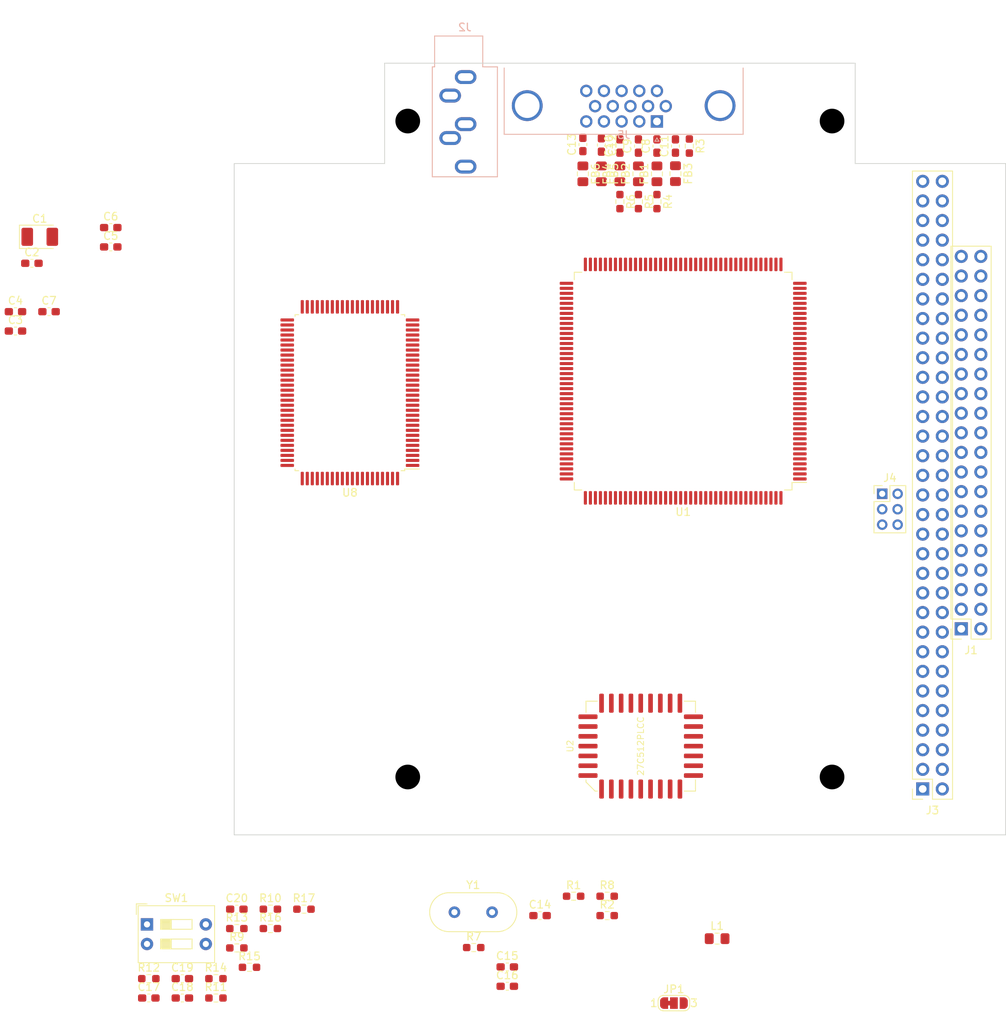
<source format=kicad_pcb>
(kicad_pcb (version 20210424) (generator pcbnew)
  (layers (0 "F.Cu" signal) (31 "B.Cu" signal) (34 "B.Paste" user) (35 "F.Paste" user) (36 "B.SilkS" user "B.Silkscreen") (37 "F.SilkS" user "F.Silkscreen") (38 "B.Mask" user) (39 "F.Mask" user) (44 "Edge.Cuts" user))
  (net 0 "")
  (net 1 "GND")
  (net 2 "Net-(C1-Pad1)")
  (net 3 "+5V")
  (net 4 "GNDA")
  (net 5 "Net-(C3-Pad1)")
  (net 6 "Net-(C4-Pad1)")
  (net 7 "Net-(C4-Pad2)")
  (net 8 "Net-(C6-Pad1)")
  (net 9 "Net-(C6-Pad2)")
  (net 10 "/~SBHE")
  (net 11 "/~MEMCS16")
  (net 12 "/LA23")
  (net 13 "/LA22")
  (net 14 "/LA21")
  (net 15 "/LA20")
  (net 16 "/LA19")
  (net 17 "/LA18")
  (net 18 "/~CAS")
  (net 19 "/LA17")
  (net 20 "/~RAS")
  (net 21 "Net-(C19-Pad2)")
  (net 22 "Net-(C20-Pad1)")
  (net 23 "/D8")
  (net 24 "Net-(R9-Pad2)")
  (net 25 "/D9")
  (net 26 "Net-(R10-Pad2)")
  (net 27 "/D10")
  (net 28 "/D11")
  (net 29 "/MD3")
  (net 30 "/D12")
  (net 31 "/MD7")
  (net 32 "/D13")
  (net 33 "/~NMI")
  (net 34 "/D14")
  (net 35 "/D15")
  (net 36 "/xR")
  (net 37 "/xG")
  (net 38 "/xB")
  (net 39 "/xMonitor")
  (net 40 "Net-(C16-Pad2)")
  (net 41 "Net-(J5-Pad9)")
  (net 42 "/R")
  (net 43 "/G")
  (net 44 "/B")
  (net 45 "+5VA")
  (net 46 "/ROMA0")
  (net 47 "/HSYNC")
  (net 48 "/VSYNC")
  (net 49 "/Monitor")
  (net 50 "/~ROMCS")
  (net 51 "/RMD0")
  (net 52 "/RMD1")
  (net 53 "/RMD2")
  (net 54 "/RMD3")
  (net 55 "/RMD4")
  (net 56 "/RMD5")
  (net 57 "/RMD6")
  (net 58 "/RMD7")
  (net 59 "/MD2")
  (net 60 "/xHSYNC")
  (net 61 "/xVSYNC")
  (net 62 "/RESET")
  (net 63 "/D7")
  (net 64 "/D6")
  (net 65 "/D5")
  (net 66 "/D4")
  (net 67 "/D3")
  (net 68 "/D2")
  (net 69 "/D1")
  (net 70 "/D0")
  (net 71 "/IOCHRDY")
  (net 72 "/~MEMW")
  (net 73 "/AEN")
  (net 74 "/~MEMR")
  (net 75 "/A19")
  (net 76 "/~IOW")
  (net 77 "/A18")
  (net 78 "/~IOR")
  (net 79 "/A17")
  (net 80 "/A16")
  (net 81 "/A15")
  (net 82 "/A14")
  (net 83 "/A13")
  (net 84 "/~REFRESH")
  (net 85 "/A12")
  (net 86 "/A11")
  (net 87 "/A10")
  (net 88 "/A9")
  (net 89 "/A8")
  (net 90 "/A7")
  (net 91 "/A6")
  (net 92 "/A5")
  (net 93 "/A4")
  (net 94 "/ALE")
  (net 95 "/A3")
  (net 96 "/A2")
  (net 97 "/OSC")
  (net 98 "/A1")
  (net 99 "/A0")
  (net 100 "Net-(JP1-Pad2)")
  (net 101 "Net-(L1-Pad2)")
  (net 102 "Net-(R7-Pad1)")
  (net 103 "Net-(R8-Pad1)")
  (net 104 "Net-(R15-Pad1)")
  (net 105 "Net-(R16-Pad1)")
  (footprint "Capacitor_SMD:C_0603_1608Metric_Pad1.08x0.95mm_HandSolder" (layer "F.Cu") (at 134.8 164.71)
    (fp_text reference "C15" (at 0 -1.43) (layer "F.SilkS"))
    (fp_text value "47p")
    (pad "1" smd roundrect locked (at -0.8625 0) (size 1.075 0.95) (layers "F.Cu" "F.Paste" "F.Mask") (net 74 "/~MEMR"))
    (pad "2" smd roundrect locked (at 0.8625 0) (size 1.075 0.95) (layers "F.Cu" "F.Paste" "F.Mask") (net 1 "GND"))
  )
  (footprint "Package_QFP:PQFP-100_14x20mm_P0.65mm" (layer "F.Cu") (at 114.4 90.3 180)
    (fp_text reference "U8" (at 0 -12.95) (layer "F.SilkS"))
    (fp_text value "ES1868F")
    (pad "1" smd roundrect locked (at -8.125 -9.425 180) (size 1.75 0.4) (layers "F.Cu" "F.Paste" "F.Mask"))
    (pad "2" smd roundrect locked (at -8.125 -8.775 180) (size 1.75 0.4) (layers "F.Cu" "F.Paste" "F.Mask"))
    (pad "3" smd roundrect locked (at -8.125 -8.125 180) (size 1.75 0.4) (layers "F.Cu" "F.Paste" "F.Mask") (net 3 "+5V"))
    (pad "4" smd roundrect locked (at -8.125 -7.475 180) (size 1.75 0.4) (layers "F.Cu" "F.Paste" "F.Mask"))
    (pad "5" smd roundrect locked (at -8.125 -6.825 180) (size 1.75 0.4) (layers "F.Cu" "F.Paste" "F.Mask"))
    (pad "6" smd roundrect locked (at -8.125 -6.175 180) (size 1.75 0.4) (layers "F.Cu" "F.Paste" "F.Mask"))
    (pad "7" smd roundrect locked (at -8.125 -5.525 180) (size 1.75 0.4) (layers "F.Cu" "F.Paste" "F.Mask") (net 1 "GND"))
    (pad "8" smd roundrect locked (at -8.125 -4.875 180) (size 1.75 0.4) (layers "F.Cu" "F.Paste" "F.Mask"))
    (pad "9" smd roundrect locked (at -8.125 -4.225 180) (size 1.75 0.4) (layers "F.Cu" "F.Paste" "F.Mask"))
    (pad "10" smd roundrect locked (at -8.125 -3.575 180) (size 1.75 0.4) (layers "F.Cu" "F.Paste" "F.Mask"))
    (pad "11" smd roundrect locked (at -8.125 -2.925 180) (size 1.75 0.4) (layers "F.Cu" "F.Paste" "F.Mask"))
    (pad "12" smd roundrect locked (at -8.125 -2.275 180) (size 1.75 0.4) (layers "F.Cu" "F.Paste" "F.Mask"))
    (pad "13" smd roundrect locked (at -8.125 -1.625 180) (size 1.75 0.4) (layers "F.Cu" "F.Paste" "F.Mask"))
    (pad "14" smd roundrect locked (at -8.125 -0.975 180) (size 1.75 0.4) (layers "F.Cu" "F.Paste" "F.Mask"))
    (pad "15" smd roundrect locked (at -8.125 -0.325 180) (size 1.75 0.4) (layers "F.Cu" "F.Paste" "F.Mask"))
    (pad "16" smd roundrect locked (at -8.125 0.325 180) (size 1.75 0.4) (layers "F.Cu" "F.Paste" "F.Mask"))
    (pad "17" smd roundrect locked (at -8.125 0.975 180) (size 1.75 0.4) (layers "F.Cu" "F.Paste" "F.Mask"))
    (pad "18" smd roundrect locked (at -8.125 1.625 180) (size 1.75 0.4) (layers "F.Cu" "F.Paste" "F.Mask"))
    (pad "19" smd roundrect locked (at -8.125 2.275 180) (size 1.75 0.4) (layers "F.Cu" "F.Paste" "F.Mask"))
    (pad "20" smd roundrect locked (at -8.125 2.925 180) (size 1.75 0.4) (layers "F.Cu" "F.Paste" "F.Mask"))
    (pad "21" smd roundrect locked (at -8.125 3.575 180) (size 1.75 0.4) (layers "F.Cu" "F.Paste" "F.Mask"))
    (pad "22" smd roundrect locked (at -8.125 4.225 180) (size 1.75 0.4) (layers "F.Cu" "F.Paste" "F.Mask"))
    (pad "23" smd roundrect locked (at -8.125 4.875 180) (size 1.75 0.4) (layers "F.Cu" "F.Paste" "F.Mask"))
    (pad "24" smd roundrect locked (at -8.125 5.525 180) (size 1.75 0.4) (layers "F.Cu" "F.Paste" "F.Mask") (net 1 "GND"))
    (pad "25" smd roundrect locked (at -8.125 6.175 180) (size 1.75 0.4) (layers "F.Cu" "F.Paste" "F.Mask"))
    (pad "26" smd roundrect locked (at -8.125 6.825 180) (size 1.75 0.4) (layers "F.Cu" "F.Paste" "F.Mask") (net 3 "+5V"))
    (pad "27" smd roundrect locked (at -8.125 7.475 180) (size 1.75 0.4) (layers "F.Cu" "F.Paste" "F.Mask"))
    (pad "28" smd roundrect locked (at -8.125 8.125 180) (size 1.75 0.4) (layers "F.Cu" "F.Paste" "F.Mask"))
    (pad "29" smd roundrect locked (at -8.125 8.775 180) (size 1.75 0.4) (layers "F.Cu" "F.Paste" "F.Mask"))
    (pad "30" smd roundrect locked (at -8.125 9.425 180) (size 1.75 0.4) (layers "F.Cu" "F.Paste" "F.Mask"))
    (pad "31" smd roundrect locked (at -6.175 11.125 180) (size 0.4 1.75) (layers "F.Cu" "F.Paste" "F.Mask"))
    (pad "32" smd roundrect locked (at -5.525 11.125 180) (size 0.4 1.75) (layers "F.Cu" "F.Paste" "F.Mask"))
    (pad "33" smd roundrect locked (at -4.875 11.125 180) (size 0.4 1.75) (layers "F.Cu" "F.Paste" "F.Mask"))
    (pad "34" smd roundrect locked (at -4.225 11.125 180) (size 0.4 1.75) (layers "F.Cu" "F.Paste" "F.Mask"))
    (pad "35" smd roundrect locked (at -3.575 11.125 180) (size 0.4 1.75) (layers "F.Cu" "F.Paste" "F.Mask"))
    (pad "36" smd roundrect locked (at -2.925 11.125 180) (size 0.4 1.75) (layers "F.Cu" "F.Paste" "F.Mask"))
    (pad "37" smd roundrect locked (at -2.275 11.125 180) (size 0.4 1.75) (layers "F.Cu" "F.Paste" "F.Mask"))
    (pad "38" smd roundrect locked (at -1.625 11.125 180) (size 0.4 1.75) (layers "F.Cu" "F.Paste" "F.Mask"))
    (pad "39" smd roundrect locked (at -0.975 11.125 180) (size 0.4 1.75) (layers "F.Cu" "F.Paste" "F.Mask") (net 2 "Net-(C1-Pad1)"))
    (pad "40" smd roundrect locked (at -0.325 11.125 180) (size 0.4 1.75) (layers "F.Cu" "F.Paste" "F.Mask"))
    (pad "41" smd roundrect locked (at 0.325 11.125 180) (size 0.4 1.75) (layers "F.Cu" "F.Paste" "F.Mask") (net 4 "GNDA"))
    (pad "42" smd roundrect locked (at 0.975 11.125 180) (size 0.4 1.75) (layers "F.Cu" "F.Paste" "F.Mask") (net 5 "Net-(C3-Pad1)"))
    (pad "43" smd roundrect locked (at 1.625 11.125 180) (size 0.4 1.75) (layers "F.Cu" "F.Paste" "F.Mask"))
    (pad "44" smd roundrect locked (at 2.275 11.125 180) (size 0.4 1.75) (layers "F.Cu" "F.Paste" "F.Mask") (net 8 "Net-(C6-Pad1)"))
    (pad "45" smd roundrect locked (at 2.925 11.125 180) (size 0.4 1.75) (layers "F.Cu" "F.Paste" "F.Mask") (net 6 "Net-(C4-Pad1)"))
    (pad "46" smd roundrect locked (at 3.575 11.125 180) (size 0.4 1.75) (layers "F.Cu" "F.Paste" "F.Mask") (net 7 "Net-(C4-Pad2)"))
    (pad "47" smd roundrect locked (at 4.225 11.125 180) (size 0.4 1.75) (layers "F.Cu" "F.Paste" "F.Mask") (net 9 "Net-(C6-Pad2)"))
    (pad "48" smd roundrect locked (at 4.875 11.125 180) (size 0.4 1.75) (layers "F.Cu" "F.Paste" "F.Mask"))
    (pad "49" smd roundrect locked (at 5.525 11.125 180) (size 0.4 1.75) (layers "F.Cu" "F.Paste" "F.Mask"))
    (pad "50" smd roundrect locked (at 6.175 11.125 180) (size 0.4 1.75) (layers "F.Cu" "F.Paste" "F.Mask"))
    (pad "51" smd roundrect locked (at 8.125 9.425 180) (size 1.75 0.4) (layers "F.Cu" "F.Paste" "F.Mask"))
    (pad "52" smd roundrect locked (at 8.125 8.775 180) (size 1.75 0.4) (layers "F.Cu" "F.Paste" "F.Mask") (net 1 "GND"))
    (pad "53" smd roundrect locked (at 8.125 8.125 180) (size 1.75 0.4) (layers "F.Cu" "F.Paste" "F.Mask"))
    (pad "54" smd roundrect locked (at 8.125 7.475 180) (size 1.75 0.4) (layers "F.Cu" "F.Paste" "F.Mask"))
    (pad "55" smd roundrect locked (at 8.125 6.825 180) (size 1.75 0.4) (layers "F.Cu" "F.Paste" "F.Mask"))
    (pad "56" smd roundrect locked (at 8.125 6.175 180) (size 1.75 0.4) (layers "F.Cu" "F.Paste" "F.Mask"))
    (pad "57" smd roundrect locked (at 8.125 5.525 180) (size 1.75 0.4) (layers "F.Cu" "F.Paste" "F.Mask") (net 3 "+5V"))
    (pad "58" smd roundrect locked (at 8.125 4.875 180) (size 1.75 0.4) (layers "F.Cu" "F.Paste" "F.Mask"))
    (pad "59" smd roundrect locked (at 8.125 4.225 180) (size 1.75 0.4) (layers "F.Cu" "F.Paste" "F.Mask"))
    (pad "60" smd roundrect locked (at 8.125 3.575 180) (size 1.75 0.4) (layers "F.Cu" "F.Paste" "F.Mask") (net 1 "GND"))
    (pad "61" smd roundrect locked (at 8.125 2.925 180) (size 1.75 0.4) (layers "F.Cu" "F.Paste" "F.Mask"))
    (pad "62" smd roundrect locked (at 8.125 2.275 180) (size 1.75 0.4) (layers "F.Cu" "F.Paste" "F.Mask"))
    (pad "63" smd roundrect locked (at 8.125 1.625 180) (size 1.75 0.4) (layers "F.Cu" "F.Paste" "F.Mask"))
    (pad "64" smd roundrect locked (at 8.125 0.975 180) (size 1.75 0.4) (layers "F.Cu" "F.Paste" "F.Mask"))
    (pad "65" smd roundrect locked (at 8.125 0.325 180) (size 1.75 0.4) (layers "F.Cu" "F.Paste" "F.Mask"))
    (pad "66" smd roundrect locked (at 8.125 -0.325 180) (size 1.75 0.4) (layers "F.Cu" "F.Paste" "F.Mask"))
    (pad "67" smd roundrect locked (at 8.125 -0.975 180) (size 1.75 0.4) (layers "F.Cu" "F.Paste" "F.Mask"))
    (pad "68" smd roundrect locked (at 8.125 -1.625 180) (size 1.75 0.4) (layers "F.Cu" "F.Paste" "F.Mask"))
    (pad "69" smd roundrect locked (at 8.125 -2.275 180) (size 1.75 0.4) (layers "F.Cu" "F.Paste" "F.Mask"))
    (pad "70" smd roundrect locked (at 8.125 -2.925 180) (size 1.75 0.4) (layers "F.Cu" "F.Paste" "F.Mask"))
    (pad "71" smd roundrect locked (at 8.125 -3.575 180) (size 1.75 0.4) (layers "F.Cu" "F.Paste" "F.Mask"))
    (pad "72" smd roundrect locked (at 8.125 -4.225 180) (size 1.75 0.4) (layers "F.Cu" "F.Paste" "F.Mask"))
    (pad "73" smd roundrect locked (at 8.125 -4.875 180) (size 1.75 0.4) (layers "F.Cu" "F.Paste" "F.Mask"))
    (pad "74" smd roundrect locked (at 8.125 -5.525 180) (size 1.75 0.4) (layers "F.Cu" "F.Paste" "F.Mask"))
    (pad "75" smd roundrect locked (at 8.125 -6.175 180) (size 1.75 0.4) (layers "F.Cu" "F.Paste" "F.Mask"))
    (pad "76" smd roundrect locked (at 8.125 -6.825 180) (size 1.75 0.4) (layers "F.Cu" "F.Paste" "F.Mask"))
    (pad "77" smd roundrect locked (at 8.125 -7.475 180) (size 1.75 0.4) (layers "F.Cu" "F.Paste" "F.Mask") (net 1 "GND"))
    (pad "78" smd roundrect locked (at 8.125 -8.125 180) (size 1.75 0.4) (layers "F.Cu" "F.Paste" "F.Mask"))
    (pad "79" smd roundrect locked (at 8.125 -8.775 180) (size 1.75 0.4) (layers "F.Cu" "F.Paste" "F.Mask"))
    (pad "80" smd roundrect locked (at 8.125 -9.425 180) (size 1.75 0.4) (layers "F.Cu" "F.Paste" "F.Mask") (net 3 "+5V"))
    (pad "81" smd roundrect locked (at 6.175 -11.125 180) (size 0.4 1.75) (layers "F.Cu" "F.Paste" "F.Mask"))
    (pad "82" smd roundrect locked (at 5.525 -11.125 180) (size 0.4 1.75) (layers "F.Cu" "F.Paste" "F.Mask"))
    (pad "83" smd roundrect locked (at 4.875 -11.125 180) (size 0.4 1.75) (layers "F.Cu" "F.Paste" "F.Mask"))
    (pad "84" smd roundrect locked (at 4.225 -11.125 180) (size 0.4 1.75) (layers "F.Cu" "F.Paste" "F.Mask"))
    (pad "85" smd roundrect locked (at 3.575 -11.125 180) (size 0.4 1.75) (layers "F.Cu" "F.Paste" "F.Mask"))
    (pad "86" smd roundrect locked (at 2.925 -11.125 180) (size 0.4 1.75) (layers "F.Cu" "F.Paste" "F.Mask"))
    (pad "87" smd roundrect locked (at 2.275 -11.125 180) (size 0.4 1.75) (layers "F.Cu" "F.Paste" "F.Mask"))
    (pad "88" smd roundrect locked (at 1.625 -11.125 180) (size 0.4 1.75) (layers "F.Cu" "F.Paste" "F.Mask"))
    (pad "89" smd roundrect locked (at 0.975 -11.125 180) (size 0.4 1.75) (layers "F.Cu" "F.Paste" "F.Mask"))
    (pad "90" smd roundrect locked (at 0.325 -11.125 180) (size 0.4 1.75) (layers "F.Cu" "F.Paste" "F.Mask"))
    (pad "91" smd roundrect locked (at -0.325 -11.125 180) (size 0.4 1.75) (layers "F.Cu" "F.Paste" "F.Mask"))
    (pad "92" smd roundrect locked (at -0.975 -11.125 180) (size 0.4 1.75) (layers "F.Cu" "F.Paste" "F.Mask"))
    (pad "93" smd roundrect locked (at -1.625 -11.125 180) (size 0.4 1.75) (layers "F.Cu" "F.Paste" "F.Mask"))
    (pad "94" smd roundrect locked (at -2.275 -11.125 180) (size 0.4 1.75) (layers "F.Cu" "F.Paste" "F.Mask"))
    (pad "95" smd roundrect locked (at -2.925 -11.125 180) (size 0.4 1.75) (layers "F.Cu" "F.Paste" "F.Mask"))
    (pad "96" smd roundrect locked (at -3.575 -11.125 180) (size 0.4 1.75) (layers "F.Cu" "F.Paste" "F.Mask"))
    (pad "97" smd roundrect locked (at -4.225 -11.125 180) (size 0.4 1.75) (layers "F.Cu" "F.Paste" "F.Mask"))
    (pad "98" smd roundrect locked (at -4.875 -11.125 180) (size 0.4 1.75) (layers "F.Cu" "F.Paste" "F.Mask"))
    (pad "99" smd roundrect locked (at -5.525 -11.125 180) (size 0.4 1.75) (layers "F.Cu" "F.Paste" "F.Mask"))
    (pad "100" smd roundrect locked (at -6.175 -11.125 180) (size 0.4 1.75) (layers "F.Cu" "F.Paste" "F.Mask"))
  )
  (footprint "Capacitor_SMD:C_0603_1608Metric_Pad1.08x0.95mm_HandSolder" (layer "F.Cu") (at 139.05 158.06)
    (fp_text reference "C14" (at 0 -1.43) (layer "F.SilkS"))
    (fp_text value "100p")
    (pad "1" smd roundrect locked (at -0.8625 0) (size 1.075 0.95) (layers "F.Cu" "F.Paste" "F.Mask") (net 76 "/~IOW"))
    (pad "2" smd roundrect locked (at 0.8625 0) (size 1.075 0.95) (layers "F.Cu" "F.Paste" "F.Mask") (net 1 "GND"))
  )
  (footprint "my:PLCC-32_11.4x14.0mm_P1.27mm-longpads" (layer "F.Cu") (at 152.1 136.1 90)
    (fp_text reference "U2" (at 0 -9.144 90 unlocked) (layer "F.SilkS") (effects (font (size 0.8 0.8) (thickness 0.12))))
    (fp_text value "27C512PLCC")
    (fp_text user "${VALUE}" (at 0 0 90 unlocked) (layer "F.SilkS") (effects (font (size 0.8 0.8) (thickness 0.12))))
    (pad "1" smd roundrect locked (at 0 -6.8375 90) (size 0.6 2.475) (layers "F.Cu" "F.Paste" "F.Mask"))
    (pad "2" smd roundrect locked (at -1.27 -6.8375 90) (size 0.6 2.475) (layers "F.Cu" "F.Paste" "F.Mask") (net 46 "/ROMA0"))
    (pad "3" smd roundrect locked (at -2.54 -6.8375 90) (size 0.6 2.475) (layers "F.Cu" "F.Paste" "F.Mask") (net 85 "/A12"))
    (pad "4" smd roundrect locked (at -3.81 -6.8375 90) (size 0.6 2.475) (layers "F.Cu" "F.Paste" "F.Mask") (net 90 "/A7"))
    (pad "5" smd roundrect locked (at -5.5625 -5.08 90) (size 2.475 0.6) (layers "F.Cu" "F.Paste" "F.Mask") (net 91 "/A6"))
    (pad "6" smd roundrect locked (at -5.5625 -3.81 90) (size 2.475 0.6) (layers "F.Cu" "F.Paste" "F.Mask") (net 92 "/A5"))
    (pad "7" smd roundrect locked (at -5.5625 -2.54 90) (size 2.475 0.6) (layers "F.Cu" "F.Paste" "F.Mask") (net 93 "/A4"))
    (pad "8" smd roundrect locked (at -5.5625 -1.27 90) (size 2.475 0.6) (layers "F.Cu" "F.Paste" "F.Mask") (net 95 "/A3"))
    (pad "9" smd roundrect locked (at -5.5625 0 90) (size 2.475 0.6) (layers "F.Cu" "F.Paste" "F.Mask") (net 96 "/A2"))
    (pad "10" smd roundrect locked (at -5.5625 1.27 90) (size 2.475 0.6) (layers "F.Cu" "F.Paste" "F.Mask") (net 98 "/A1"))
    (pad "11" smd roundrect locked (at -5.5625 2.54 90) (size 2.475 0.6) (layers "F.Cu" "F.Paste" "F.Mask") (net 99 "/A0"))
    (pad "12" smd roundrect locked (at -5.5625 3.81 90) (size 2.475 0.6) (layers "F.Cu" "F.Paste" "F.Mask"))
    (pad "13" smd roundrect locked (at -5.5625 5.08 90) (size 2.475 0.6) (layers "F.Cu" "F.Paste" "F.Mask") (net 51 "/RMD0"))
    (pad "14" smd roundrect locked (at -3.81 6.8375 90) (size 0.6 2.475) (layers "F.Cu" "F.Paste" "F.Mask") (net 52 "/RMD1"))
    (pad "15" smd roundrect locked (at -2.54 6.8375 90) (size 0.6 2.475) (layers "F.Cu" "F.Paste" "F.Mask") (net 53 "/RMD2"))
    (pad "16" smd roundrect locked (at -1.27 6.8375 90) (size 0.6 2.475) (layers "F.Cu" "F.Paste" "F.Mask") (net 1 "GND"))
    (pad "17" smd roundrect locked (at 0 6.8375 90) (size 0.6 2.475) (layers "F.Cu" "F.Paste" "F.Mask"))
    (pad "18" smd roundrect locked (at 1.27 6.8375 90) (size 0.6 2.475) (layers "F.Cu" "F.Paste" "F.Mask") (net 54 "/RMD3"))
    (pad "19" smd roundrect locked (at 2.54 6.8375 90) (size 0.6 2.475) (layers "F.Cu" "F.Paste" "F.Mask") (net 55 "/RMD4"))
    (pad "20" smd roundrect locked (at 3.81 6.8375 90) (size 0.6 2.475) (layers "F.Cu" "F.Paste" "F.Mask") (net 56 "/RMD5"))
    (pad "21" smd roundrect locked (at 5.5625 5.08 90) (size 2.475 0.6) (layers "F.Cu" "F.Paste" "F.Mask") (net 57 "/RMD6"))
    (pad "22" smd roundrect locked (at 5.5625 3.81 90) (size 2.475 0.6) (layers "F.Cu" "F.Paste" "F.Mask") (net 58 "/RMD7"))
    (pad "23" smd roundrect locked (at 5.5625 2.54 90) (size 2.475 0.6) (layers "F.Cu" "F.Paste" "F.Mask") (net 1 "GND"))
    (pad "24" smd roundrect locked (at 5.5625 1.27 90) (size 2.475 0.6) (layers "F.Cu" "F.Paste" "F.Mask") (net 87 "/A10"))
    (pad "25" smd roundrect locked (at 5.5625 0 90) (size 2.475 0.6) (layers "F.Cu" "F.Paste" "F.Mask") (net 50 "/~ROMCS"))
    (pad "26" smd roundrect locked (at 5.5625 -1.27 90) (size 2.475 0.6) (layers "F.Cu" "F.Paste" "F.Mask"))
    (pad "27" smd roundrect locked (at 5.5625 -2.54 90) (size 2.475 0.6) (layers "F.Cu" "F.Paste" "F.Mask") (net 86 "/A11"))
    (pad "28" smd roundrect locked (at 5.5625 -3.81 90) (size 2.475 0.6) (layers "F.Cu" "F.Paste" "F.Mask") (net 88 "/A9"))
    (pad "29" smd roundrect locked (at 5.5625 -5.08 90) (size 2.475 0.6) (layers "F.Cu" "F.Paste" "F.Mask") (net 89 "/A8"))
    (pad "30" smd roundrect locked (at 3.81 -6.8375 90) (size 0.6 2.475) (layers "F.Cu" "F.Paste" "F.Mask") (net 83 "/A13"))
    (pad "31" smd roundrect locked (at 2.54 -6.8375 90) (size 0.6 2.475) (layers "F.Cu" "F.Paste" "F.Mask") (net 82 "/A14"))
    (pad "32" smd roundrect locked (at 1.27 -6.8375 90) (size 0.6 2.475) (layers "F.Cu" "F.Paste" "F.Mask") (net 3 "+5V"))
  )
  (footprint "Resistor_SMD:R_0603_1608Metric_Pad0.98x0.95mm_HandSolder" (layer "F.Cu") (at 143.4 155.55)
    (fp_text reference "R1" (at 0 -1.43) (layer "F.SilkS"))
    (fp_text value "4.7k")
    (pad "1" smd roundrect locked (at -0.9125 0) (size 0.975 0.95) (layers "F.Cu" "F.Paste" "F.Mask") (net 3 "+5V"))
    (pad "2" smd roundrect locked (at 0.9125 0) (size 0.975 0.95) (layers "F.Cu" "F.Paste" "F.Mask") (net 11 "/~MEMCS16"))
  )
  (footprint "Capacitor_SMD:C_0603_1608Metric_Pad1.08x0.95mm_HandSolder" (layer "F.Cu") (at 75.4 79.8)
    (fp_text reference "C7" (at 0 -1.43) (layer "F.SilkS"))
    (fp_text value "1n")
    (pad "1" smd roundrect locked (at -0.8625 0) (size 1.075 0.95) (layers "F.Cu" "F.Paste" "F.Mask") (net 9 "Net-(C6-Pad2)"))
    (pad "2" smd roundrect locked (at 0.8625 0) (size 1.075 0.95) (layers "F.Cu" "F.Paste" "F.Mask") (net 4 "GNDA"))
  )
  (footprint "Capacitor_SMD:C_0603_1608Metric_Pad1.08x0.95mm_HandSolder" (layer "F.Cu") (at 92.685 166.23)
    (fp_text reference "C19" (at 0 -1.43) (layer "F.SilkS"))
    (fp_text value "470p")
    (pad "1" smd roundrect locked (at -0.8625 0) (size 1.075 0.95) (layers "F.Cu" "F.Paste" "F.Mask") (net 1 "GND"))
    (pad "2" smd roundrect locked (at 0.8625 0) (size 1.075 0.95) (layers "F.Cu" "F.Paste" "F.Mask") (net 21 "Net-(C19-Pad2)"))
  )
  (footprint "Button_Switch_THT:SW_DIP_SPSTx02_Slide_9.78x7.26mm_W7.62mm_P2.54mm" (layer "F.Cu") (at 88.1 159.2)
    (fp_text reference "SW1" (at 3.81 -3.42) (layer "F.SilkS"))
    (fp_text value "VGA Config")
    (pad "1" thru_hole rect locked (at 0 0) (size 1.6 1.6) (drill 0.8) (layers *.Cu *.Mask) (net 52 "/RMD1"))
    (pad "2" thru_hole oval locked (at 0 2.54) (size 1.6 1.6) (drill 0.8) (layers *.Cu *.Mask) (net 59 "/MD2"))
    (pad "3" thru_hole oval locked (at 7.62 2.54) (size 1.6 1.6) (drill 0.8) (layers *.Cu *.Mask) (net 26 "Net-(R10-Pad2)"))
    (pad "4" thru_hole oval locked (at 7.62 0) (size 1.6 1.6) (drill 0.8) (layers *.Cu *.Mask) (net 24 "Net-(R9-Pad2)"))
  )
  (footprint "my:MountingHole_3.2mm_M3_dk5.2mm_Mask" (layer "F.Cu") (at 121.9 55.1)
    (fp_text reference "H4" hide)
    (fp_text value "MountingHole" hide)
    (pad "" np_thru_hole circle (at 0 0) (size 5.2 5.2) (drill 3.2) (layers *.Mask) (clearance 1.05))
  )
  (footprint "Resistor_SMD:R_0603_1608Metric_Pad0.98x0.95mm_HandSolder" (layer "F.Cu") (at 97.035 168.74)
    (fp_text reference "R11" (at 0 -1.43) (layer "F.SilkS"))
    (fp_text value "1k")
    (pad "1" smd roundrect locked (at -0.9125 0) (size 0.975 0.95) (layers "F.Cu" "F.Paste" "F.Mask") (net 1 "GND"))
    (pad "2" smd roundrect locked (at 0.9125 0) (size 0.975 0.95) (layers "F.Cu" "F.Paste" "F.Mask") (net 29 "/MD3"))
  )
  (footprint "Capacitor_SMD:C_0603_1608Metric_Pad1.08x0.95mm_HandSolder" (layer "F.Cu") (at 71.05 82.31)
    (fp_text reference "C3" (at 0 -1.43) (layer "F.SilkS"))
    (fp_text value "100n")
    (pad "1" smd roundrect locked (at -0.8625 0) (size 1.075 0.95) (layers "F.Cu" "F.Paste" "F.Mask") (net 5 "Net-(C3-Pad1)"))
    (pad "2" smd roundrect locked (at 0.8625 0) (size 1.075 0.95) (layers "F.Cu" "F.Paste" "F.Mask") (net 4 "GNDA"))
  )
  (footprint "Resistor_SMD:R_0603_1608Metric_Pad0.98x0.95mm_HandSolder" (layer "F.Cu") (at 151.8 65.5375 -90)
    (fp_text reference "R5" (at 0 -1.43 90) (layer "F.SilkS"))
    (fp_text value "150")
    (pad "1" smd roundrect locked (at -0.9125 0 270) (size 0.975 0.95) (layers "F.Cu" "F.Paste" "F.Mask") (net 43 "/G"))
    (pad "2" smd roundrect locked (at 0.9125 0 270) (size 0.975 0.95) (layers "F.Cu" "F.Paste" "F.Mask") (net 4 "GNDA"))
  )
  (footprint "Resistor_SMD:R_0603_1608Metric_Pad0.98x0.95mm_HandSolder" (layer "F.Cu") (at 147.75 155.55)
    (fp_text reference "R8" (at 0 -1.43) (layer "F.SilkS"))
    (fp_text value "150")
    (pad "1" smd roundrect locked (at -0.9125 0) (size 0.975 0.95) (layers "F.Cu" "F.Paste" "F.Mask") (net 103 "Net-(R8-Pad1)"))
    (pad "2" smd roundrect locked (at 0.9125 0) (size 0.975 0.95) (layers "F.Cu" "F.Paste" "F.Mask") (net 4 "GNDA"))
  )
  (footprint "Inductor_SMD:L_0805_2012Metric_Pad1.15x1.40mm_HandSolder" (layer "F.Cu") (at 162 161.05)
    (fp_text reference "L1" (at 0 -1.65) (layer "F.SilkS"))
    (fp_text value "2.7u")
    (pad "1" smd roundrect locked (at -1.025 0) (size 1.15 1.4) (layers "F.Cu" "F.Paste" "F.Mask") (roundrect_rratio 0.217391) (net 40 "Net-(C16-Pad2)"))
    (pad "2" smd roundrect locked (at 1.025 0) (size 1.15 1.4) (layers "F.Cu" "F.Paste" "F.Mask") (roundrect_rratio 0.217391) (net 101 "Net-(L1-Pad2)"))
  )
  (footprint "Inductor_SMD:L_0805_2012Metric_Pad1.15x1.40mm_HandSolder" (layer "F.Cu") (at 151.8 61.9375 90)
    (fp_text reference "FB2" (at 0 -1.65 90) (layer "F.SilkS"))
    (fp_text value "Ferrite_Bead")
    (pad "1" smd roundrect locked (at -1.025 0 90) (size 1.15 1.4) (layers "F.Cu" "F.Paste" "F.Mask") (roundrect_rratio 0.217391) (net 43 "/G"))
    (pad "2" smd roundrect locked (at 1.025 0 90) (size 1.15 1.4) (layers "F.Cu" "F.Paste" "F.Mask") (roundrect_rratio 0.217391) (net 37 "/xG"))
  )
  (footprint "Inductor_SMD:L_0805_2012Metric_Pad1.15x1.40mm_HandSolder" (layer "F.Cu") (at 144.6 61.9375 -90)
    (fp_text reference "FB6" (at 0 -1.65 90) (layer "F.SilkS"))
    (fp_text value "Ferrite_Bead")
    (pad "1" smd roundrect locked (at -1.025 0 270) (size 1.15 1.4) (layers "F.Cu" "F.Paste" "F.Mask") (roundrect_rratio 0.217391) (net 61 "/xVSYNC"))
    (pad "2" smd roundrect locked (at 1.025 0 270) (size 1.15 1.4) (layers "F.Cu" "F.Paste" "F.Mask") (roundrect_rratio 0.217391) (net 48 "/VSYNC"))
  )
  (footprint "Connector_PinSocket_2.54mm:PinSocket_2x20_P2.54mm_Vertical" (layer "F.Cu") (at 193.65 120.9 180)
    (fp_text reference "J1" (at -1.27 -2.77) (layer "F.SilkS"))
    (fp_text value "PC104_16")
    (pad "1" thru_hole rect locked (at 0 0 180) (size 1.7 1.7) (drill 1) (layers *.Cu *.Mask) (net 1 "GND"))
    (pad "2" thru_hole oval locked (at -2.54 0 180) (size 1.7 1.7) (drill 1) (layers *.Cu *.Mask) (net 1 "GND"))
    (pad "3" thru_hole oval locked (at 0 2.54 180) (size 1.7 1.7) (drill 1) (layers *.Cu *.Mask) (net 10 "/~SBHE"))
    (pad "4" thru_hole oval locked (at -2.54 2.54 180) (size 1.7 1.7) (drill 1) (layers *.Cu *.Mask) (net 11 "/~MEMCS16"))
    (pad "5" thru_hole oval locked (at 0 5.08 180) (size 1.7 1.7) (drill 1) (layers *.Cu *.Mask) (net 12 "/LA23"))
    (pad "6" thru_hole oval locked (at -2.54 5.08 180) (size 1.7 1.7) (drill 1) (layers *.Cu *.Mask))
    (pad "7" thru_hole oval locked (at 0 7.62 180) (size 1.7 1.7) (drill 1) (layers *.Cu *.Mask) (net 13 "/LA22"))
    (pad "8" thru_hole oval locked (at -2.54 7.62 180) (size 1.7 1.7) (drill 1) (layers *.Cu *.Mask))
    (pad "9" thru_hole oval locked (at 0 10.16 180) (size 1.7 1.7) (drill 1) (layers *.Cu *.Mask) (net 14 "/LA21"))
    (pad "10" thru_hole oval locked (at -2.54 10.16 180) (size 1.7 1.7) (drill 1) (layers *.Cu *.Mask))
    (pad "11" thru_hole oval locked (at 0 12.7 180) (size 1.7 1.7) (drill 1) (layers *.Cu *.Mask) (net 15 "/LA20"))
    (pad "12" thru_hole oval locked (at -2.54 12.7 180) (size 1.7 1.7) (drill 1) (layers *.Cu *.Mask))
    (pad "13" thru_hole oval locked (at 0 15.24 180) (size 1.7 1.7) (drill 1) (layers *.Cu *.Mask) (net 16 "/LA19"))
    (pad "14" thru_hole oval locked (at -2.54 15.24 180) (size 1.7 1.7) (drill 1) (layers *.Cu *.Mask))
    (pad "15" thru_hole oval locked (at 0 17.78 180) (size 1.7 1.7) (drill 1) (layers *.Cu *.Mask) (net 17 "/LA18"))
    (pad "16" thru_hole oval locked (at -2.54 17.78 180) (size 1.7 1.7) (drill 1) (layers *.Cu *.Mask))
    (pad "17" thru_hole oval locked (at 0 20.32 180) (size 1.7 1.7) (drill 1) (layers *.Cu *.Mask) (net 19 "/LA17"))
    (pad "18" thru_hole oval locked (at -2.54 20.32 180) (size 1.7 1.7) (drill 1) (layers *.Cu *.Mask))
    (pad "19" thru_hole oval locked (at 0 22.86 180) (size 1.7 1.7) (drill 1) (layers *.Cu *.Mask))
    (pad "20" thru_hole oval locked (at -2.54 22.86 180) (size 1.7 1.7) (drill 1) (layers *.Cu *.Mask))
    (pad "21" thru_hole oval locked (at 0 25.4 180) (size 1.7 1.7) (drill 1) (layers *.Cu *.Mask))
    (pad "22" thru_hole oval locked (at -2.54 25.4 180) (size 1.7 1.7) (drill 1) (layers *.Cu *.Mask))
    (pad "23" thru_hole oval locked (at 0 27.94 180) (size 1.7 1.7) (drill 1) (layers *.Cu *.Mask) (net 23 "/D8"))
    (pad "24" thru_hole oval locked (at -2.54 27.94 180) (size 1.7 1.7) (drill 1) (layers *.Cu *.Mask))
    (pad "25" thru_hole oval locked (at 0 30.48 180) (size 1.7 1.7) (drill 1) (layers *.Cu *.Mask) (net 25 "/D9"))
    (pad "26" thru_hole oval locked (at -2.54 30.48 180) (size 1.7 1.7) (drill 1) (layers *.Cu *.Mask))
    (pad "27" thru_hole oval locked (at 0 33.02 180) (size 1.7 1.7) (drill 1) (layers *.Cu *.Mask) (net 27 "/D10"))
    (pad "28" thru_hole oval locked (at -2.54 33.02 180) (size 1.7 1.7) (drill 1) (layers *.Cu *.Mask))
    (pad "29" thru_hole oval locked (at 0 35.56 180) (size 1.7 1.7) (drill 1) (layers *.Cu *.Mask) (net 28 "/D11"))
    (pad "30" thru_hole oval locked (at -2.54 35.56 180) (size 1.7 1.7) (drill 1) (layers *.Cu *.Mask))
    (pad "31" thru_hole oval locked (at 0 38.1 180) (size 1.7 1.7) (drill 1) (layers *.Cu *.Mask) (net 30 "/D12"))
    (pad "32" thru_hole oval locked (at -2.54 38.1 180) (size 1.7 1.7) (drill 1) (layers *.Cu *.Mask))
    (pad "33" thru_hole oval locked (at 0 40.64 180) (size 1.7 1.7) (drill 1) (layers *.Cu *.Mask) (net 32 "/D13"))
    (pad "34" thru_hole oval locked (at -2.54 40.64 180) (size 1.7 1.7) (drill 1) (layers *.Cu *.Mask) (net 3 "+5V"))
    (pad "35" thru_hole oval locked (at 0 43.18 180) (size 1.7 1.7) (drill 1) (layers *.Cu *.Mask) (net 34 "/D14"))
    (pad "36" thru_hole oval locked (at -2.54 43.18 180) (size 1.7 1.7) (drill 1) (layers *.Cu *.Mask))
    (pad "37" thru_hole oval locked (at 0 45.72 180) (size 1.7 1.7) (drill 1) (layers *.Cu *.Mask) (net 35 "/D15"))
    (pad "38" thru_hole oval locked (at -2.54 45.72 180) (size 1.7 1.7) (drill 1) (layers *.Cu *.Mask) (net 1 "GND"))
    (pad "39" thru_hole oval locked (at 0 48.26 180) (size 1.7 1.7) (drill 1) (layers *.Cu *.Mask))
    (pad "40" thru_hole oval locked (at -2.54 48.26 180) (size 1.7 1.7) (drill 1) (layers *.Cu *.Mask) (net 1 "GND"))
  )
  (footprint "Capacitor_SMD:C_0603_1608Metric_Pad1.08x0.95mm_HandSolder" (layer "F.Cu") (at 151.8 58.3375 90)
    (fp_text reference "C9" (at 0 -1.43 90) (layer "F.SilkS"))
    (fp_text value "47p")
    (pad "1" smd roundrect locked (at -0.8625 0 90) (size 1.075 0.95) (layers "F.Cu" "F.Paste" "F.Mask") (net 37 "/xG"))
    (pad "2" smd roundrect locked (at 0.8625 0 90) (size 1.075 0.95) (layers "F.Cu" "F.Paste" "F.Mask") (net 4 "GNDA"))
  )
  (footprint "Capacitor_SMD:C_0603_1608Metric_Pad1.08x0.95mm_HandSolder" (layer "F.Cu") (at 99.745 157.23)
    (fp_text reference "C20" (at 0 -1.43) (layer "F.SilkS"))
    (fp_text value "100n")
    (pad "1" smd roundrect locked (at -0.8625 0) (size 1.075 0.95) (layers "F.Cu" "F.Paste" "F.Mask") (net 22 "Net-(C20-Pad1)"))
    (pad "2" smd roundrect locked (at 0.8625 0) (size 1.075 0.95) (layers "F.Cu" "F.Paste" "F.Mask") (net 45 "+5VA"))
  )
  (footprint "Capacitor_SMD:C_0603_1608Metric_Pad1.08x0.95mm_HandSolder" (layer "F.Cu") (at 156.6 58.3375 90)
    (fp_text reference "C11" (at 0 -1.43 90) (layer "F.SilkS"))
    (fp_text value "47p")
    (pad "1" smd roundrect locked (at -0.8625 0 90) (size 1.075 0.95) (layers "F.Cu" "F.Paste" "F.Mask") (net 39 "/xMonitor"))
    (pad "2" smd roundrect locked (at 0.8625 0 90) (size 1.075 0.95) (layers "F.Cu" "F.Paste" "F.Mask") (net 4 "GNDA"))
  )
  (footprint "Capacitor_Tantalum_SMD:CP_EIA-3528-21_Kemet-B_Pad1.50x2.35mm_HandSolder" (layer "F.Cu") (at 74.2 70.1)
    (fp_text reference "C1" (at 0 -2.35) (layer "F.SilkS"))
    (fp_text value "47u/6.3V")
    (pad "1" smd roundrect locked (at -1.625 0) (size 1.5 2.35) (layers "F.Cu" "F.Paste" "F.Mask") (roundrect_rratio 0.166667) (net 2 "Net-(C1-Pad1)"))
    (pad "2" smd roundrect locked (at 1.625 0) (size 1.5 2.35) (layers "F.Cu" "F.Paste" "F.Mask") (roundrect_rratio 0.166667) (net 4 "GNDA"))
  )
  (footprint "Capacitor_SMD:C_0603_1608Metric_Pad1.08x0.95mm_HandSolder" (layer "F.Cu") (at 134.8 167.22)
    (fp_text reference "C16" (at 0 -1.43) (layer "F.SilkS"))
    (fp_text value "100n")
    (pad "1" smd roundrect locked (at -0.8625 0) (size 1.075 0.95) (layers "F.Cu" "F.Paste" "F.Mask") (net 1 "GND"))
    (pad "2" smd roundrect locked (at 0.8625 0) (size 1.075 0.95) (layers "F.Cu" "F.Paste" "F.Mask") (net 40 "Net-(C16-Pad2)"))
  )
  (footprint "Resistor_SMD:R_0603_1608Metric_Pad0.98x0.95mm_HandSolder" (layer "F.Cu") (at 149.4 65.5375 -90)
    (fp_text reference "R6" (at 0 -1.43 90) (layer "F.SilkS"))
    (fp_text value "150")
    (pad "1" smd roundrect locked (at -0.9125 0 270) (size 0.975 0.95) (layers "F.Cu" "F.Paste" "F.Mask") (net 44 "/B"))
    (pad "2" smd roundrect locked (at 0.9125 0 270) (size 0.975 0.95) (layers "F.Cu" "F.Paste" "F.Mask") (net 4 "GNDA"))
  )
  (footprint "Resistor_SMD:R_0603_1608Metric_Pad0.98x0.95mm_HandSolder" (layer "F.Cu") (at 108.445 157.23)
    (fp_text reference "R17" (at 0 -1.43) (layer "F.SilkS"))
    (fp_text value "1k")
    (pad "1" smd roundrect locked (at -0.9125 0) (size 0.975 0.95) (layers "F.Cu" "F.Paste" "F.Mask") (net 62 "/RESET"))
    (pad "2" smd roundrect locked (at 0.9125 0) (size 0.975 0.95) (layers "F.Cu" "F.Paste" "F.Mask") (net 21 "Net-(C19-Pad2)"))
  )
  (footprint "Resistor_SMD:R_0603_1608Metric_Pad0.98x0.95mm_HandSolder" (layer "F.Cu") (at 158.4 58.3375 -90)
    (fp_text reference "R3" (at 0 -1.43 90) (layer "F.SilkS"))
    (fp_text value "4.7k")
    (pad "1" smd roundrect locked (at -0.9125 0 270) (size 0.975 0.95) (layers "F.Cu" "F.Paste" "F.Mask") (net 3 "+5V"))
    (pad "2" smd roundrect locked (at 0.9125 0 270) (size 0.975 0.95) (layers "F.Cu" "F.Paste" "F.Mask") (net 39 "/xMonitor"))
  )
  (footprint "Capacitor_SMD:C_0603_1608Metric_Pad1.08x0.95mm_HandSolder" (layer "F.Cu") (at 83.4 71.41)
    (fp_text reference "C5" (at 0 -1.43) (layer "F.SilkS"))
    (fp_text value "1n")
    (pad "1" smd roundrect locked (at -0.8625 0) (size 1.075 0.95) (layers "F.Cu" "F.Paste" "F.Mask") (net 7 "Net-(C4-Pad2)"))
    (pad "2" smd roundrect locked (at 0.8625 0) (size 1.075 0.95) (layers "F.Cu" "F.Paste" "F.Mask") (net 4 "GNDA"))
  )
  (footprint "Inductor_SMD:L_0805_2012Metric_Pad1.15x1.40mm_HandSolder" (layer "F.Cu") (at 149.4 61.9375 90)
    (fp_text reference "FB4" (at 0 -1.65 90) (layer "F.SilkS"))
    (fp_text value "Ferrite_Bead")
    (pad "1" smd roundrect locked (at -1.025 0 90) (size 1.15 1.4) (layers "F.Cu" "F.Paste" "F.Mask") (roundrect_rratio 0.217391) (net 44 "/B"))
    (pad "2" smd roundrect locked (at 1.025 0 90) (size 1.15 1.4) (layers "F.Cu" "F.Paste" "F.Mask") (roundrect_rratio 0.217391) (net 38 "/xB"))
  )
  (footprint "Capacitor_SMD:C_0603_1608Metric_Pad1.08x0.95mm_HandSolder" (layer "F.Cu") (at 92.685 168.74)
    (fp_text reference "C18" (at 0 -1.43) (layer "F.SilkS"))
    (fp_text value "47p")
    (pad "1" smd roundrect locked (at -0.8625 0) (size 1.075 0.95) (layers "F.Cu" "F.Paste" "F.Mask") (net 1 "GND"))
    (pad "2" smd roundrect locked (at 0.8625 0) (size 1.075 0.95) (layers "F.Cu" "F.Paste" "F.Mask") (net 20 "/~RAS"))
  )
  (footprint "my:MountingHole_3.2mm_M3_dk5.2mm_Mask" (layer "F.Cu") (at 176.9 55.1)
    (fp_text reference "H2" hide)
    (fp_text value "MountingHole" hide)
    (pad "" np_thru_hole circle (at 0 0) (size 5.2 5.2) (drill 3.2) (layers *.Mask) (clearance 1.05))
  )
  (footprint "Crystal:Crystal_HC49-U_Vertical" (layer "F.Cu") (at 127.95 157.62)
    (fp_text reference "Y1" (at 2.44 -3.525) (layer "F.SilkS"))
    (fp_text value "12 MHz")
    (pad "1" thru_hole circle locked (at 0 0) (size 1.5 1.5) (drill 0.8) (layers *.Cu *.Mask) (net 101 "Net-(L1-Pad2)"))
    (pad "2" thru_hole circle locked (at 4.88 0) (size 1.5 1.5) (drill 0.8) (layers *.Cu *.Mask))
  )
  (footprint "Connector_PinHeader_2.00mm:PinHeader_2x03_P2.00mm_Vertical" (layer "F.Cu") (at 183.4 103.4)
    (fp_text reference "J4" (at 1 -2.06) (layer "F.SilkS"))
    (fp_text value "Jumper for 8-bit bus")
    (pad "1" thru_hole rect locked (at 0 0) (size 1.35 1.35) (drill 0.8) (layers *.Cu *.Mask) (net 79 "/A17"))
    (pad "2" thru_hole oval locked (at 2 0) (size 1.35 1.35) (drill 0.8) (layers *.Cu *.Mask) (net 19 "/LA17"))
    (pad "3" thru_hole oval locked (at 0 2) (size 1.35 1.35) (drill 0.8) (layers *.Cu *.Mask) (net 77 "/A18"))
    (pad "4" thru_hole oval locked (at 2 2) (size 1.35 1.35) (drill 0.8) (layers *.Cu *.Mask) (net 17 "/LA18"))
    (pad "5" thru_hole oval locked (at 0 4) (size 1.35 1.35) (drill 0.8) (layers *.Cu *.Mask) (net 75 "/A19"))
    (pad "6" thru_hole oval locked (at 2 4) (size 1.35 1.35) (drill 0.8) (layers *.Cu *.Mask) (net 16 "/LA19"))
  )
  (footprint "Resistor_SMD:R_0603_1608Metric_Pad0.98x0.95mm_HandSolder" (layer "F.Cu") (at 154.2 65.5375 -90)
    (fp_text reference "R4" (at 0 -1.43 90) (layer "F.SilkS"))
    (fp_text value "150")
    (pad "1" smd roundrect locked (at -0.9125 0 270) (size 0.975 0.95) (layers "F.Cu" "F.Paste" "F.Mask") (net 42 "/R"))
    (pad "2" smd roundrect locked (at 0.9125 0 270) (size 0.975 0.95) (layers "F.Cu" "F.Paste" "F.Mask") (net 4 "GNDA"))
  )
  (footprint "Inductor_SMD:L_0805_2012Metric_Pad1.15x1.40mm_HandSolder" (layer "F.Cu") (at 156.6 61.9125 -90)
    (fp_text reference "FB3" (at 0 -1.65 90) (layer "F.SilkS"))
    (fp_text value "Ferrite_Bead")
    (pad "1" smd roundrect locked (at -1.025 0 270) (size 1.15 1.4) (layers "F.Cu" "F.Paste" "F.Mask") (roundrect_rratio 0.217391) (net 39 "/xMonitor"))
    (pad "2" smd roundrect locked (at 1.025 0 270) (size 1.15 1.4) (layers "F.Cu" "F.Paste" "F.Mask") (roundrect_rratio 0.217391) (net 49 "/Monitor"))
  )
  (footprint "Inductor_SMD:L_0805_2012Metric_Pad1.15x1.40mm_HandSolder" (layer "F.Cu") (at 154.2 61.9375 90)
    (fp_text reference "FB1" (at 0 -1.65 90) (layer "F.SilkS"))
    (fp_text value "Ferrite_Bead")
    (pad "1" smd roundrect locked (at -1.025 0 90) (size 1.15 1.4) (layers "F.Cu" "F.Paste" "F.Mask") (roundrect_rratio 0.217391) (net 42 "/R"))
    (pad "2" smd roundrect locked (at 1.025 0 90) (size 1.15 1.4) (layers "F.Cu" "F.Paste" "F.Mask") (roundrect_rratio 0.217391) (net 36 "/xR"))
  )
  (footprint "Resistor_SMD:R_0603_1608Metric_Pad0.98x0.95mm_HandSolder" (layer "F.Cu") (at 101.385 164.76)
    (fp_text reference "R15" (at 0 -1.43) (layer "F.SilkS"))
    (fp_text value "33")
    (pad "1" smd roundrect locked (at -0.9125 0) (size 0.975 0.95) (layers "F.Cu" "F.Paste" "F.Mask") (net 104 "Net-(R15-Pad1)"))
    (pad "2" smd roundrect locked (at 0.9125 0) (size 0.975 0.95) (layers "F.Cu" "F.Paste" "F.Mask") (net 18 "/~CAS"))
  )
  (footprint "Resistor_SMD:R_0603_1608Metric_Pad0.98x0.95mm_HandSolder" (layer "F.Cu") (at 104.095 157.23)
    (fp_text reference "R10" (at 0 -1.43) (layer "F.SilkS"))
    (fp_text value "1k")
    (pad "1" smd roundrect locked (at -0.9125 0) (size 0.975 0.95) (layers "F.Cu" "F.Paste" "F.Mask") (net 1 "GND"))
    (pad "2" smd roundrect locked (at 0.9125 0) (size 0.975 0.95) (layers "F.Cu" "F.Paste" "F.Mask") (net 26 "Net-(R10-Pad2)"))
  )
  (footprint "my:MountingHole_3.2mm_M3_dk5.2mm_Mask" (layer "F.Cu") (at 176.9 140.1)
    (fp_text reference "H1" hide)
    (fp_text value "MountingHole" hide)
    (pad "" np_thru_hole circle (at 0 0) (size 5.2 5.2) (drill 3.2) (layers *.Mask) (clearance 1.05))
  )
  (footprint "Capacitor_SMD:C_0603_1608Metric_Pad1.08x0.95mm_HandSolder" (layer "F.Cu") (at 71.05 79.8)
    (fp_text reference "C4" (at 0 -1.43) (layer "F.SilkS"))
    (fp_text value "220n")
    (pad "1" smd roundrect locked (at -0.8625 0) (size 1.075 0.95) (layers "F.Cu" "F.Paste" "F.Mask") (net 6 "Net-(C4-Pad1)"))
    (pad "2" smd roundrect locked (at 0.8625 0) (size 1.075 0.95) (layers "F.Cu" "F.Paste" "F.Mask") (net 7 "Net-(C4-Pad2)"))
  )
  (footprint "Capacitor_SMD:C_0603_1608Metric_Pad1.08x0.95mm_HandSolder" (layer "F.Cu") (at 144.6 58.1375 90)
    (fp_text reference "C13" (at 0 -1.43 90) (layer "F.SilkS"))
    (fp_text value "47p")
    (pad "1" smd roundrect locked (at -0.8625 0 90) (size 1.075 0.95) (layers "F.Cu" "F.Paste" "F.Mask") (net 61 "/xVSYNC"))
    (pad "2" smd roundrect locked (at 0.8625 0 90) (size 1.075 0.95) (layers "F.Cu" "F.Paste" "F.Mask") (net 4 "GNDA"))
  )
  (footprint "Resistor_SMD:R_0603_1608Metric_Pad0.98x0.95mm_HandSolder" (layer "F.Cu") (at 147.75 158.06)
    (fp_text reference "R2" (at 0 -1.43) (layer "F.SilkS"))
    (fp_text value "0")
    (pad "1" smd roundrect locked (at -0.9125 0) (size 0.975 0.95) (layers "F.Cu" "F.Paste" "F.Mask") (net 3 "+5V"))
    (pad "2" smd roundrect locked (at 0.9125 0) (size 0.975 0.95) (layers "F.Cu" "F.Paste" "F.Mask") (net 41 "Net-(J5-Pad9)"))
  )
  (footprint "Inductor_SMD:L_0805_2012Metric_Pad1.15x1.40mm_HandSolder" (layer "F.Cu") (at 147 61.9375 -90)
    (fp_text reference "FB5" (at 0 -1.65 90) (layer "F.SilkS"))
    (fp_text value "Ferrite_Bead")
    (pad "1" smd roundrect locked (at -1.025 0 270) (size 1.15 1.4) (layers "F.Cu" "F.Paste" "F.Mask") (roundrect_rratio 0.217391) (net 60 "/xHSYNC"))
    (pad "2" smd roundrect locked (at 1.025 0 270) (size 1.15 1.4) (layers "F.Cu" "F.Paste" "F.Mask") (roundrect_rratio 0.217391) (net 47 "/HSYNC"))
  )
  (footprint "Jumper:SolderJumper-3_P1.3mm_Bridged12_RoundedPad1.0x1.5mm_NumberLabels" (layer "F.Cu") (at 156.4 169.4)
    (fp_text reference "JP1" (at 0 -1.8) (layer "F.SilkS"))
    (fp_text value "SolderJumper_3_Bridged12")
    (fp_text user "1" (at -2.6 0) (layer "F.SilkS"))
    (fp_text user "3" (at 2.6 0) (layer "F.SilkS"))
    (fp_poly (pts (xy -0.9 -0.3) (xy -0.4 -0.3) (xy -0.4 0.3) (xy -0.9 0.3)) (layer "F.Cu") (width 0) (fill solid))
    (pad "1" smd custom locked (at -1.3 0) (size 1 0.5) (layers "F.Cu" "F.Mask") (net 94 "/ALE") (options (clearance outline) (anchor rect)) (primitives (gr_poly (pts (xy 0.55 -0.75) (xy 0 -0.75) (xy 0 0.75) (xy 0.55 0.75)) (width 0) (fill yes)) (gr_circle (center 0 0.25) (end 0.5 0.25) (width 0) (fill yes)) (gr_circle (center 0 -0.25) (end 0.5 -0.25) (width 0) (fill yes))))
    (pad "2" smd rect locked (at 0 0) (size 1 1.5) (layers "F.Cu" "F.Mask") (net 100 "Net-(JP1-Pad2)"))
    (pad "3" smd custom locked (at 1.3 0) (size 1 0.5) (layers "F.Cu" "F.Mask") (net 3 "+5V") (options (clearance outline) (anchor rect)) (primitives (gr_circle (center 0 0.25) (end 0.5 0.25) (width 0) (fill yes)) (gr_circle (center 0 -0.25) (end 0.5 -0.25) (width 0) (fill yes)) (gr_poly (pts (xy -0.55 -0.75) (xy 0 -0.75) (xy 0 0.75) (xy -0.55 0.75)) (width 0) (fill yes))))
  )
  (footprint "Connector_PinSocket_2.54mm:PinSocket_2x32_P2.54mm_Vertical" (layer "F.Cu") (at 188.65 141.65 180)
    (fp_text reference "J3" (at -1.27 -2.77) (layer "F.SilkS"))
    (fp_text value "PC104")
    (pad "1" thru_hole rect locked (at 0 0 180) (size 1.7 1.7) (drill 1) (layers *.Cu *.Mask) (net 1 "GND"))
    (pad "2" thru_hole oval locked (at -2.54 0 180) (size 1.7 1.7) (drill 1) (layers *.Cu *.Mask) (net 33 "/~NMI"))
    (pad "3" thru_hole oval locked (at 0 2.54 180) (size 1.7 1.7) (drill 1) (layers *.Cu *.Mask) (net 62 "/RESET"))
    (pad "4" thru_hole oval locked (at -2.54 2.54 180) (size 1.7 1.7) (drill 1) (layers *.Cu *.Mask) (net 63 "/D7"))
    (pad "5" thru_hole oval locked (at 0 5.08 180) (size 1.7 1.7) (drill 1) (layers *.Cu *.Mask) (net 3 "+5V"))
    (pad "6" thru_hole oval locked (at -2.54 5.08 180) (size 1.7 1.7) (drill 1) (layers *.Cu *.Mask) (net 64 "/D6"))
    (pad "7" thru_hole oval locked (at 0 7.62 180) (size 1.7 1.7) (drill 1) (layers *.Cu *.Mask))
    (pad "8" thru_hole oval locked (at -2.54 7.62 180) (size 1.7 1.7) (drill 1) (layers *.Cu *.Mask) (net 65 "/D5"))
    (pad "9" thru_hole oval locked (at 0 10.16 180) (size 1.7 1.7) (drill 1) (layers *.Cu *.Mask))
    (pad "10" thru_hole oval locked (at -2.54 10.16 180) (size 1.7 1.7) (drill 1) (layers *.Cu *.Mask) (net 66 "/D4"))
    (pad "11" thru_hole oval locked (at 0 12.7 180) (size 1.7 1.7) (drill 1) (layers *.Cu *.Mask))
    (pad "12" thru_hole oval locked (at -2.54 12.7 180) (size 1.7 1.7) (drill 1) (layers *.Cu *.Mask) (net 67 "/D3"))
    (pad "13" thru_hole oval locked (at 0 15.24 180) (size 1.7 1.7) (drill 1) (layers *.Cu *.Mask))
    (pad "14" thru_hole oval locked (at -2.54 15.24 180) (size 1.7 1.7) (drill 1) (layers *.Cu *.Mask) (net 68 "/D2"))
    (pad "15" thru_hole oval locked (at 0 17.78 180) (size 1.7 1.7) (drill 1) (layers *.Cu *.Mask))
    (pad "16" thru_hole oval locked (at -2.54 17.78 180) (size 1.7 1.7) (drill 1) (layers *.Cu *.Mask) (net 69 "/D1"))
    (pad "17" thru_hole oval locked (at 0 20.32 180) (size 1.7 1.7) (drill 1) (layers *.Cu *.Mask))
    (pad "18" thru_hole oval locked (at -2.54 20.32 180) (size 1.7 1.7) (drill 1) (layers *.Cu *.Mask) (net 70 "/D0"))
    (pad "19" thru_hole oval locked (at 0 22.86 180) (size 1.7 1.7) (drill 1) (layers *.Cu *.Mask))
    (pad "20" thru_hole oval locked (at -2.54 22.86 180) (size 1.7 1.7) (drill 1) (layers *.Cu *.Mask) (net 71 "/IOCHRDY"))
    (pad "21" thru_hole oval locked (at 0 25.4 180) (size 1.7 1.7) (drill 1) (layers *.Cu *.Mask) (net 72 "/~MEMW"))
    (pad "22" thru_hole oval locked (at -2.54 25.4 180) (size 1.7 1.7) (drill 1) (layers *.Cu *.Mask) (net 73 "/AEN"))
    (pad "23" thru_hole oval locked (at 0 27.94 180) (size 1.7 1.7) (drill 1) (layers *.Cu *.Mask) (net 74 "/~MEMR"))
    (pad "24" thru_hole oval locked (at -2.54 27.94 180) (size 1.7 1.7) (drill 1) (layers *.Cu *.Mask) (net 75 "/A19"))
    (pad "25" thru_hole oval locked (at 0 30.48 180) (size 1.7 1.7) (drill 1) (layers *.Cu *.Mask) (net 76 "/~IOW"))
    (pad "26" thru_hole oval locked (at -2.54 30.48 180) (size 1.7 1.7) (drill 1) (layers *.Cu *.Mask) (net 77 "/A18"))
    (pad "27" thru_hole oval locked (at 0 33.02 180) (size 1.7 1.7) (drill 1) (layers *.Cu *.Mask) (net 78 "/~IOR"))
    (pad "28" thru_hole oval locked (at -2.54 33.02 180) (size 1.7 1.7) (drill 1) (layers *.Cu *.Mask) (net 79 "/A17"))
    (pad "29" thru_hole oval locked (at 0 35.56 180) (size 1.7 1.7) (drill 1) (layers *.Cu *.Mask))
    (pad "30" thru_hole oval locked (at -2.54 35.56 180) (size 1.7 1.7) (drill 1) (layers *.Cu *.Mask) (net 80 "/A16"))
    (pad "31" thru_hole oval locked (at 0 38.1 180) (size 1.7 1.7) (drill 1) (layers *.Cu *.Mask))
    (pad "32" thru_hole oval locked (at -2.54 38.1 180) (size 1.7 1.7) (drill 1) (layers *.Cu *.Mask) (net 81 "/A15"))
    (pad "33" thru_hole oval locked (at 0 40.64 180) (size 1.7 1.7) (drill 1) (layers *.Cu *.Mask))
    (pad "34" thru_hole oval locked (at -2.54 40.64 180) (size 1.7 1.7) (drill 1) (layers *.Cu *.Mask) (net 82 "/A14"))
    (pad "35" thru_hole oval locked (at 0 43.18 180) (size 1.7 1.7) (drill 1) (layers *.Cu *.Mask))
    (pad "36" thru_hole oval locked (at -2.54 43.18 180) (size 1.7 1.7) (drill 1) (layers *.Cu *.Mask) (net 83 "/A13"))
    (pad "37" thru_hole oval locked (at 0 45.72 180) (size 1.7 1.7) (drill 1) (layers *.Cu *.Mask) (net 84 "/~REFRESH"))
    (pad "38" thru_hole oval locked (at -2.54 45.72 180) (size 1.7 1.7) (drill 1) (layers *.Cu *.Mask) (net 85 "/A12"))
    (pad "39" thru_hole oval locked (at 0 48.26 180) (size 1.7 1.7) (drill 1) (layers *.Cu *.Mask))
    (pad "40" thru_hole oval locked (at -2.54 48.26 180) (size 1.7 1.7) (drill 1) (layers *.Cu *.Mask) (net 86 "/A11"))
    (pad "41" thru_hole oval locked (at 0 50.8 180) (size 1.7 1.7) (drill 1) (layers *.Cu *.Mask))
    (pad "42" thru_hole oval locked (at -2.54 50.8 180) (size 1.7 1.7) (drill 1) (layers *.Cu *.Mask) (net 87 "/A10"))
    (pad "43" thru_hole oval locked (at 0 53.34 180) (size 1.7 1.7) (drill 1) (layers *.Cu *.Mask))
    (pad "44" thru_hole oval locked (at -2.54 53.34 180) (size 1.7 1.7) (drill 1) (layers *.Cu *.Mask) (net 88 "/A9"))
    (pad "45" thru_hole oval locked (at 0 55.88 180) (size 1.7 1.7) (drill 1) (layers *.Cu *.Mask))
    (pad "46" thru_hole oval locked (at -2.54 55.88 180) (size 1.7 1.7) (drill 1) (layers *.Cu *.Mask) (net 89 "/A8"))
    (pad "47" thru_hole oval locked (at 0 58.42 180) (size 1.7 1.7) (drill 1) (layers *.Cu *.Mask))
    (pad "48" thru_hole oval locked (at -2.54 58.42 180) (size 1.7 1.7) (drill 1) (layers *.Cu *.Mask) (net 90 "/A7"))
    (pad "49" thru_hole oval locked (at 0 60.96 180) (size 1.7 1.7) (drill 1) (layers *.Cu *.Mask))
    (pad "50" thru_hole oval locked (at -2.54 60.96 180) (size 1.7 1.7) (drill 1) (layers *.Cu *.Mask) (net 91 "/A6"))
    (pad "51" thru_hole oval locked (at 0 63.5 180) (size 1.7 1.7) (drill 1) (layers *.Cu *.Mask))
    (pad "52" thru_hole oval locked (at -2.54 63.5 180) (size 1.7 1.7) (drill 1) (layers *.Cu *.Mask) (net 92 "/A5"))
    (pad "53" thru_hole oval locked (at 0 66.04 180) (size 1.7 1.7) (drill 1) (layers *.Cu *.Mask))
    (pad "54" thru_hole oval locked (at -2.54 66.04 180) (size 1.7 1.7) (drill 1) (layers *.Cu *.Mask) (net 93 "/A4"))
    (pad "55" thru_hole oval locked (at 0 68.58 180) (size 1.7 1.7) (drill 1) (layers *.Cu *.Mask) (net 94 "/ALE"))
    (pad "56" thru_hole oval locked (at -2.54 68.58 180) (size 1.7 1.7) (drill 1) (layers *.Cu *.Mask) (net 95 "/A3"))
    (pad "57" thru_hole oval locked (at 0 71.12 180) (size 1.7 1.7) (drill 1) (layers *.Cu *.Mask) (net 3 "+5V"))
    (pad "58" thru_hole oval locked (at -2.54 71.12 180) (size 1.7 1.7) (drill 1) (layers *.Cu *.Mask) (net 96 "/A2"))
    (pad "59" thru_hole oval locked (at 0 73.66 180) (size 1.7 1.7) (drill 1) (layers *.Cu *.Mask) (net 97 "/OSC"))
    (pad "60" thru_hole oval locked (at -2.54 73.66 180) (size 1.7 1.7) (drill 1) (layers *.Cu *.Mask) (net 98 "/A1"))
    (pad "61" thru_hole oval locked (at 0 76.2 180) (size 1.7 1.7) (drill 1) (layers *.Cu *.Mask) (net 1 "GND"))
    (pad "62" thru_hole oval locked (at -2.54 76.2 180) (size 1.7 1.7) (drill 1) (layers *.Cu *.Mask) (net 99 "/A0"))
    (pad "63" thru_hole oval locked (at 0 78.74 180) (size 1.7 1.7) (drill 1) (layers *.Cu *.Mask) (net 1 "GND"))
    (pad "64" thru_hole oval locked (at -2.54 78.74 180) (size 1.7 1.7) (drill 1) (layers *.Cu *.Mask) (net 1 "GND"))
  )
  (footprint "Capacitor_SMD:C_0603_1608Metric_Pad1.08x0.95mm_HandSolder" (layer "F.Cu") (at 88.335 168.74)
    (fp_text reference "C17" (at 0 -1.43) (layer "F.SilkS"))
    (fp_text value "47p")
    (pad "1" smd roundrect locked (at -0.8625 0) (size 1.075 0.95) (layers "F.Cu" "F.Paste" "F.Mask") (net 1 "GND"))
    (pad "2" smd roundrect locked (at 0.8625 0) (size 1.075 0.95) (layers "F.Cu" "F.Paste" "F.Mask") (net 18 "/~CAS"))
  )
  (footprint "Capacitor_SMD:C_0603_1608Metric_Pad1.08x0.95mm_HandSolder" (layer "F.Cu") (at 147 58.2 -90)
    (fp_text reference "C12" (at 0 -1.43 90) (layer "F.SilkS"))
    (fp_text value "47p")
    (pad "1" smd roundrect locked (at -0.8625 0 270) (size 1.075 0.95) (layers "F.Cu" "F.Paste" "F.Mask") (net 60 "/xHSYNC"))
    (pad "2" smd roundrect locked (at 0.8625 0 270) (size 1.075 0.95) (layers "F.Cu" "F.Paste" "F.Mask") (net 4 "GNDA"))
  )
  (footprint "my:MountingHole_3.2mm_M3_dk5.2mm_Mask" (layer "F.Cu") (at 121.9 140.1)
    (fp_text reference "H3" hide)
    (fp_text value "MountingHole" hide)
    (pad "" np_thru_hole circle (at 0 0) (size 5.2 5.2) (drill 3.2) (layers *.Mask) (clearance 1.05))
  )
  (footprint "Capacitor_SMD:C_0603_1608Metric_Pad1.08x0.95mm_HandSolder" (layer "F.Cu") (at 149.4 58.3375 90)
    (fp_text reference "C10" (at 0 -1.43 90) (layer "F.SilkS"))
    (fp_text value "47p")
    (pad "1" smd roundrect locked (at -0.8625 0 90) (size 1.075 0.95) (layers "F.Cu" "F.Paste" "F.Mask") (net 38 "/xB"))
    (pad "2" smd roundrect locked (at 0.8625 0 90) (size 1.075 0.95) (layers "F.Cu" "F.Paste" "F.Mask") (net 4 "GNDA"))
  )
  (footprint "Capacitor_SMD:C_0603_1608Metric_Pad1.08x0.95mm_HandSolder" (layer "F.Cu") (at 154.2 58.3375 90)
    (fp_text reference "C8" (at 0 -1.43 90) (layer "F.SilkS"))
    (fp_text value "47p")
    (pad "1" smd roundrect locked (at -0.8625 0 90) (size 1.075 0.95) (layers "F.Cu" "F.Paste" "F.Mask") (net 36 "/xR"))
    (pad "2" smd roundrect locked (at 0.8625 0 90) (size 1.075 0.95) (layers "F.Cu" "F.Paste" "F.Mask") (net 4 "GNDA"))
  )
  (footprint "Resistor_SMD:R_0603_1608Metric_Pad0.98x0.95mm_HandSolder" (layer "F.Cu") (at 104.095 159.74)
    (fp_text reference "R16" (at 0 -1.43) (layer "F.SilkS"))
    (fp_text value "33")
    (pad "1" smd roundrect locked (at -0.9125 0) (size 0.975 0.95) (layers "F.Cu" "F.Paste" "F.Mask") (net 105 "Net-(R16-Pad1)"))
    (pad "2" smd roundrect locked (at 0.9125 0) (size 0.975 0.95) (layers "F.Cu" "F.Paste" "F.Mask") (net 20 "/~RAS"))
  )
  (footprint "Resistor_SMD:R_0603_1608Metric_Pad0.98x0.95mm_HandSolder" (layer "F.Cu") (at 130.45 162.2)
    (fp_text reference "R7" (at 0 -1.43) (layer "F.SilkS"))
    (fp_text value "1k")
    (pad "1" smd roundrect locked (at -0.9125 0) (size 0.975 0.95) (layers "F.Cu" "F.Paste" "F.Mask") (net 102 "Net-(R7-Pad1)"))
    (pad "2" smd roundrect locked (at 0.9125 0) (size 0.975 0.95) (layers "F.Cu" "F.Paste" "F.Mask") (net 76 "/~IOW"))
  )
  (footprint "Resistor_SMD:R_0603_1608Metric_Pad0.98x0.95mm_HandSolder" (layer "F.Cu") (at 99.745 159.74)
    (fp_text reference "R13" (at 0 -1.43) (layer "F.SilkS"))
    (fp_text value "1k")
    (pad "1" smd roundrect locked (at -0.9125 0) (size 0.975 0.95) (layers "F.Cu" "F.Paste" "F.Mask") (net 1 "GND"))
    (pad "2" smd roundrect locked (at 0.9125 0) (size 0.975 0.95) (layers "F.Cu" "F.Paste" "F.Mask") (net 31 "/MD7"))
  )
  (footprint "Resistor_SMD:R_0603_1608Metric_Pad0.98x0.95mm_HandSolder" (layer "F.Cu") (at 99.745 162.25)
    (fp_text reference "R9" (at 0 -1.43) (layer "F.SilkS"))
    (fp_text value "1k")
    (pad "1" smd roundrect locked (at -0.9125 0) (size 0.975 0.95) (layers "F.Cu" "F.Paste" "F.Mask") (net 1 "GND"))
    (pad "2" smd roundrect locked (at 0.9125 0) (size 0.975 0.95) (layers "F.Cu" "F.Paste" "F.Mask") (net 24 "Net-(R9-Pad2)"))
  )
  (footprint "Package_QFP:PQFP-160_28x28mm_P0.65mm" (layer "F.Cu") (at 157.6 88.8 180)
    (fp_text reference "U1" (at 0 -16.95) (layer "F.SilkS"))
    (fp_text value "TVGA9000I")
    (pad "1" smd roundrect locked (at -15.125 -12.675 180) (size 1.75 0.4) (layers "F.Cu" "F.Paste" "F.Mask") (net 4 "GNDA"))
    (pad "2" smd roundrect locked (at -15.125 -12.025 180) (size 1.75 0.4) (layers "F.Cu" "F.Paste" "F.Mask") (net 44 "/B"))
    (pad "3" smd roundrect locked (at -15.125 -11.375 180) (size 1.75 0.4) (layers "F.Cu" "F.Paste" "F.Mask") (net 43 "/G"))
    (pad "4" smd roundrect locked (at -15.125 -10.725 180) (size 1.75 0.4) (layers "F.Cu" "F.Paste" "F.Mask") (net 42 "/R"))
    (pad "5" smd roundrect locked (at -15.125 -10.075 180) (size 1.75 0.4) (layers "F.Cu" "F.Paste" "F.Mask") (net 21 "Net-(C19-Pad2)"))
    (pad "6" smd roundrect locked (at -15.125 -9.425 180) (size 1.75 0.4) (layers "F.Cu" "F.Paste" "F.Mask") (net 45 "+5VA"))
    (pad "7" smd roundrect locked (at -15.125 -8.775 180) (size 1.75 0.4) (layers "F.Cu" "F.Paste" "F.Mask") (net 1 "GND"))
    (pad "8" smd roundrect locked (at -15.125 -8.125 180) (size 1.75 0.4) (layers "F.Cu" "F.Paste" "F.Mask") (net 3 "+5V"))
    (pad "9" smd roundrect locked (at -15.125 -7.475 180) (size 1.75 0.4) (layers "F.Cu" "F.Paste" "F.Mask"))
    (pad "10" smd roundrect locked (at -15.125 -6.825 180) (size 1.75 0.4) (layers "F.Cu" "F.Paste" "F.Mask"))
    (pad "11" smd roundrect locked (at -15.125 -6.175 180) (size 1.75 0.4) (layers "F.Cu" "F.Paste" "F.Mask"))
    (pad "12" smd roundrect locked (at -15.125 -5.525 180) (size 1.75 0.4) (layers "F.Cu" "F.Paste" "F.Mask"))
    (pad "13" smd roundrect locked (at -15.125 -4.875 180) (size 1.75 0.4) (layers "F.Cu" "F.Paste" "F.Mask") (net 45 "+5VA"))
    (pad "14" smd roundrect locked (at -15.125 -4.225 180) (size 1.75 0.4) (layers "F.Cu" "F.Paste" "F.Mask"))
    (pad "15" smd roundrect locked (at -15.125 -3.575 180) (size 1.75 0.4) (layers "F.Cu" "F.Paste" "F.Mask"))
    (pad "16" smd roundrect locked (at -15.125 -2.925 180) (size 1.75 0.4) (layers "F.Cu" "F.Paste" "F.Mask"))
    (pad "17" smd roundrect locked (at -15.125 -2.275 180) (size 1.75 0.4) (layers "F.Cu" "F.Paste" "F.Mask"))
    (pad "18" smd roundrect locked (at -15.125 -1.625 180) (size 1.75 0.4) (layers "F.Cu" "F.Paste" "F.Mask") (net 103 "Net-(R8-Pad1)"))
    (pad "19" smd roundrect locked (at -15.125 -0.975 180) (size 1.75 0.4) (layers "F.Cu" "F.Paste" "F.Mask") (net 3 "+5V"))
    (pad "20" smd roundrect locked (at -15.125 -0.325 180) (size 1.75 0.4) (layers "F.Cu" "F.Paste" "F.Mask"))
    (pad "21" smd roundrect locked (at -15.125 0.325 180) (size 1.75 0.4) (layers "F.Cu" "F.Paste" "F.Mask") (net 100 "Net-(JP1-Pad2)"))
    (pad "22" smd roundrect locked (at -15.125 0.975 180) (size 1.75 0.4) (layers "F.Cu" "F.Paste" "F.Mask") (net 73 "/AEN"))
    (pad "23" smd roundrect locked (at -15.125 1.625 180) (size 1.75 0.4) (layers "F.Cu" "F.Paste" "F.Mask") (net 1 "GND"))
    (pad "24" smd roundrect locked (at -15.125 2.275 180) (size 1.75 0.4) (layers "F.Cu" "F.Paste" "F.Mask") (net 33 "/~NMI"))
    (pad "25" smd roundrect locked (at -15.125 2.925 180) (size 1.75 0.4) (layers "F.Cu" "F.Paste" "F.Mask") (net 70 "/D0"))
    (pad "26" smd roundrect locked (at -15.125 3.575 180) (size 1.75 0.4) (layers "F.Cu" "F.Paste" "F.Mask") (net 69 "/D1"))
    (pad "27" smd roundrect locked (at -15.125 4.225 180) (size 1.75 0.4) (layers "F.Cu" "F.Paste" "F.Mask") (net 68 "/D2"))
    (pad "28" smd roundrect locked (at -15.125 4.875 180) (size 1.75 0.4) (layers "F.Cu" "F.Paste" "F.Mask") (net 67 "/D3"))
    (pad "29" smd roundrect locked (at -15.125 5.525 180) (size 1.75 0.4) (layers "F.Cu" "F.Paste" "F.Mask") (net 66 "/D4"))
    (pad "30" smd roundrect locked (at -15.125 6.175 180) (size 1.75 0.4) (layers "F.Cu" "F.Paste" "F.Mask") (net 65 "/D5"))
    (pad "31" smd roundrect locked (at -15.125 6.825 180) (size 1.75 0.4) (layers "F.Cu" "F.Paste" "F.Mask") (net 64 "/D6"))
    (pad "32" smd roundrect locked (at -15.125 7.475 180) (size 1.75 0.4) (layers "F.Cu" "F.Paste" "F.Mask") (net 63 "/D7"))
    (pad "33" smd roundrect locked (at -15.125 8.125 180) (size 1.75 0.4) (layers "F.Cu" "F.Paste" "F.Mask") (net 58 "/RMD7"))
    (pad "34" smd roundrect locked (at -15.125 8.775 180) (size 1.75 0.4) (layers "F.Cu" "F.Paste" "F.Mask") (net 57 "/RMD6"))
    (pad "35" smd roundrect locked (at -15.125 9.425 180) (size 1.75 0.4) (layers "F.Cu" "F.Paste" "F.Mask") (net 56 "/RMD5"))
    (pad "36" smd roundrect locked (at -15.125 10.075 180) (size 1.75 0.4) (layers "F.Cu" "F.Paste" "F.Mask") (net 55 "/RMD4"))
    (pad "37" smd roundrect locked (at -15.125 10.725 180) (size 1.75 0.4) (layers "F.Cu" "F.Paste" "F.Mask") (net 54 "/RMD3"))
    (pad "38" smd roundrect locked (at -15.125 11.375 180) (size 1.75 0.4) (layers "F.Cu" "F.Paste" "F.Mask") (net 53 "/RMD2"))
    (pad "39" smd roundrect locked (at -15.125 12.025 180) (size 1.75 0.4) (layers "F.Cu" "F.Paste" "F.Mask") (net 52 "/RMD1"))
    (pad "40" smd roundrect locked (at -15.125 12.675 180) (size 1.75 0.4) (layers "F.Cu" "F.Paste" "F.Mask") (net 3 "+5V"))
    (pad "41" smd roundrect locked (at -12.675 15.125 180) (size 0.4 1.75) (layers "F.Cu" "F.Paste" "F.Mask") (net 1 "GND"))
    (pad "42" smd roundrect locked (at -12.025 15.125 180) (size 0.4 1.75) (layers "F.Cu" "F.Paste" "F.Mask") (net 1 "GND"))
    (pad "43" smd roundrect locked (at -11.375 15.125 180) (size 0.4 1.75) (layers "F.Cu" "F.Paste" "F.Mask") (net 51 "/RMD0"))
    (pad "44" smd roundrect locked (at -10.725 15.125 180) (size 0.4 1.75) (layers "F.Cu" "F.Paste" "F.Mask"))
    (pad "45" smd roundrect locked (at -10.075 15.125 180) (size 0.4 1.75) (layers "F.Cu" "F.Paste" "F.Mask") (net 50 "/~ROMCS"))
    (pad "46" smd roundrect locked (at -9.425 15.125 180) (size 0.4 1.75) (layers "F.Cu" "F.Paste" "F.Mask") (net 49 "/Monitor"))
    (pad "47" smd roundrect locked (at -8.775 15.125 180) (size 0.4 1.75) (layers "F.Cu" "F.Paste" "F.Mask") (net 48 "/VSYNC"))
    (pad "48" smd roundrect locked (at -8.125 15.125 180) (size 0.4 1.75) (layers "F.Cu" "F.Paste" "F.Mask") (net 47 "/HSYNC"))
    (pad "49" smd roundrect locked (at -7.475 15.125 180) (size 0.4 1.75) (layers "F.Cu" "F.Paste" "F.Mask") (net 1 "GND"))
    (pad "50" smd roundrect locked (at -6.825 15.125 180) (size 0.4 1.75) (layers "F.Cu" "F.Paste" "F.Mask") (net 1 "GND"))
    (pad "51" smd roundrect locked (at -6.175 15.125 180) (size 0.4 1.75) (layers "F.Cu" "F.Paste" "F.Mask") (net 3 "+5V"))
    (pad "52" smd roundrect locked (at -5.525 15.125 180) (size 0.4 1.75) (layers "F.Cu" "F.Paste" "F.Mask"))
    (pad "53" smd roundrect locked (at -4.875 15.125 180) (size 0.4 1.75) (layers "F.Cu" "F.Paste" "F.Mask"))
    (pad "54" smd roundrect locked (at -4.225 15.125 180) (size 0.4 1.75) (layers "F.Cu" "F.Paste" "F.Mask"))
    (pad "55" smd roundrect locked (at -3.575 15.125 180) (size 0.4 1.75) (layers "F.Cu" "F.Paste" "F.Mask"))
    (pad "56" smd roundrect locked (at -2.925 15.125 180) (size 0.4 1.75) (layers "F.Cu" "F.Paste" "F.Mask"))
    (pad "57" smd roundrect locked (at -2.275 15.125 180) (size 0.4 1.75) (layers "F.Cu" "F.Paste" "F.Mask"))
    (pad "58" smd roundrect locked (at -1.625 15.125 180) (size 0.4 1.75) (layers "F.Cu" "F.Paste" "F.Mask") (net 1 "GND"))
    (pad "59" smd roundrect locked (at -0.975 15.125 180) (size 0.4 1.75) (layers "F.Cu" "F.Paste" "F.Mask"))
    (pad "60" smd roundrect locked (at -0.325 15.125 180) (size 0.4 1.75) (layers "F.Cu" "F.Paste" "F.Mask"))
    (pad "61" smd roundrect locked (at 0.325 15.125 180) (size 0.4 1.75) (layers "F.Cu" "F.Paste" "F.Mask"))
    (pad "62" smd roundrect locked (at 0.975 15.125 180) (size 0.4 1.75) (layers "F.Cu" "F.Paste" "F.Mask") (net 3 "+5V"))
    (pad "63" smd roundrect locked (at 1.625 15.125 180) (size 0.4 1.75) (layers "F.Cu" "F.Paste" "F.Mask"))
    (pad "64" smd roundrect locked (at 2.275 15.125 180) (size 0.4 1.75) (layers "F.Cu" "F.Paste" "F.Mask"))
    (pad "65" smd roundrect locked (at 2.925 15.125 180) (size 0.4 1.75) (layers "F.Cu" "F.Paste" "F.Mask"))
    (pad "66" smd roundrect locked (at 3.575 15.125 180) (size 0.4 1.75) (layers "F.Cu" "F.Paste" "F.Mask") (net 59 "/MD2"))
    (pad "67" smd roundrect locked (at 4.225 15.125 180) (size 0.4 1.75) (layers "F.Cu" "F.Paste" "F.Mask") (net 29 "/MD3"))
    (pad "68" smd roundrect locked (at 4.875 15.125 180) (size 0.4 1.75) (layers "F.Cu" "F.Paste" "F.Mask"))
    (pad "69" smd roundrect locked (at 5.525 15.125 180) (size 0.4 1.75) (layers "F.Cu" "F.Paste" "F.Mask") (net 3 "+5V"))
    (pad "70" smd roundrect locked (at 6.175 15.125 180) (size 0.4 1.75) (layers "F.Cu" "F.Paste" "F.Mask"))
    (pad "71" smd roundrect locked (at 6.825 15.125 180) (size 0.4 1.75) (layers "F.Cu" "F.Paste" "F.Mask"))
    (pad "72" smd roundrect locked (at 7.475 15.125 180) (size 0.4 1.75) (layers "F.Cu" "F.Paste" "F.Mask") (net 31 "/MD7"))
    (pad "73" smd roundrect locked (at 8.125 15.125 180) (size 0.4 1.75) (layers "F.Cu" "F.Paste" "F.Mask"))
    (pad "74" smd roundrect locked (at 8.775 15.125 180) (size 0.4 1.75) (layers "F.Cu" "F.Paste" "F.Mask"))
    (pad "75" smd roundrect locked (at 9.425 15.125 180) (size 0.4 1.75) (layers "F.Cu" "F.Paste" "F.Mask"))
    (pad "76" smd roundrect locked (at 10.075 15.125 180) (size 0.4 1.75) (layers "F.Cu" "F.Paste" "F.Mask"))
    (pad "77" smd roundrect locked (at 10.725 15.125 180) (size 0.4 1.75) (layers "F.Cu" "F.Paste" "F.Mask"))
    (pad "78" smd roundrect locked (at 11.375 15.125 180) (size 0.4 1.75) (layers "F.Cu" "F.Paste" "F.Mask"))
    (pad "79" smd roundrect locked (at 12.025 15.125 180) (size 0.4 1.75) (layers "F.Cu" "F.Paste" "F.Mask") (net 1 "GND"))
    (pad "80" smd roundrect locked (at 12.675 15.125 180) (size 0.4 1.75) (layers "F.Cu" "F.Paste" "F.Mask") (net 1 "GND"))
    (pad "81" smd roundrect locked (at 15.125 12.675 180) (size 1.75 0.4) (layers "F.Cu" "F.Paste" "F.Mask") (net 3 "+5V"))
    (pad "82" smd roundrect locked (at 15.125 12.025 180) (size 1.75 0.4) (layers "F.Cu" "F.Paste" "F.Mask"))
    (pad "83" smd roundrect locked (at 15.125 11.375 180) (size 1.75 0.4) (layers "F.Cu" "F.Paste" "F.Mask"))
    (pad "84" smd roundrect locked (at 15.125 10.725 180) (size 1.75 0.4) (layers "F.Cu" "F.Paste" "F.Mask"))
    (pad "85" smd roundrect locked (at 15.125 10.075 180) (size 1.75 0.4) (layers "F.Cu" "F.Paste" "F.Mask") (net 104 "Net-(R15-Pad1)"))
    (pad "86" smd roundrect locked (at 15.125 9.425 180) (size 1.75 0.4) (layers "F.Cu" "F.Paste" "F.Mask") (net 105 "Net-(R16-Pad1)"))
    (pad "87" smd roundrect locked (at 15.125 8.775 180) (size 1.75 0.4) (layers "F.Cu" "F.Paste" "F.Mask"))
    (pad "88" smd roundrect locked (at 15.125 8.125 180) (size 1.75 0.4) (layers "F.Cu" "F.Paste" "F.Mask"))
    (pad "89" smd roundrect locked (at 15.125 7.475 180) (size 1.75 0.4) (layers "F.Cu" "F.Paste" "F.Mask"))
    (pad "90" smd roundrect locked (at 15.125 6.825 180) (size 1.75 0.4) (layers "F.Cu" "F.Paste" "F.Mask"))
    (pad "91" smd roundrect locked (at 15.125 6.175 180) (size 1.75 0.4) (layers "F.Cu" "F.Paste" "F.Mask"))
    (pad "92" smd roundrect locked (at 15.125 5.525 180) (size 1.75 0.4) (layers "F.Cu" "F.Paste" "F.Mask"))
    (pad "93" smd roundrect locked (at 15.125 4.875 180) (size 1.75 0.4) (layers "F.Cu" "F.Paste" "F.Mask"))
    (pad "94" smd roundrect locked (at 15.125 4.225 180) (size 1.75 0.4) (layers "F.Cu" "F.Paste" "F.Mask"))
    (pad "95" smd roundrect locked (at 15.125 3.575 180) (size 1.75 0.4) (layers "F.Cu" "F.Paste" "F.Mask"))
    (pad "96" smd roundrect locked (at 15.125 2.925 180) (size 1.75 0.4) (layers "F.Cu" "F.Paste" "F.Mask"))
    (pad "97" smd roundrect locked (at 15.125 2.275 180) (size 1.75 0.4) (layers "F.Cu" "F.Paste" "F.Mask") (net 46 "/ROMA0"))
    (pad "98" smd roundrect locked (at 15.125 1.625 180) (size 1.75 0.4) (layers "F.Cu" "F.Paste" "F.Mask") (net 97 "/OSC"))
    (pad "99" smd roundrect locked (at 15.125 0.975 180) (size 1.75 0.4) (layers "F.Cu" "F.Paste" "F.Mask") (net 10 "/~SBHE"))
    (pad "100" smd roundrect locked (at 15.125 0.325 180) (size 1.75 0.4) (layers "F.Cu" "F.Paste" "F.Mask"))
    (pad "101" smd roundrect locked (at 15.125 -0.325 180) (size 1.75 0.4) (layers "F.Cu" "F.Paste" "F.Mask") (net 1 "GND"))
    (pad "102" smd roundrect locked (at 15.125 -0.975 180) (size 1.75 0.4) (layers "F.Cu" "F.Paste" "F.Mask") (net 11 "/~MEMCS16"))
    (pad "103" smd roundrect locked (at 15.125 -1.625 180) (size 1.75 0.4) (layers "F.Cu" "F.Paste" "F.Mask") (net 35 "/D15"))
    (pad "104" smd roundrect locked (at 15.125 -2.275 180) (size 1.75 0.4) (layers "F.Cu" "F.Paste" "F.Mask") (net 34 "/D14"))
    (pad "105" smd roundrect locked (at 15.125 -2.925 180) (size 1.75 0.4) (layers "F.Cu" "F.Paste" "F.Mask") (net 32 "/D13"))
    (pad "106" smd roundrect locked (at 15.125 -3.575 180) (size 1.75 0.4) (layers "F.Cu" "F.Paste" "F.Mask") (net 30 "/D12"))
    (pad "107" smd roundrect locked (at 15.125 -4.225 180) (size 1.75 0.4) (layers "F.Cu" "F.Paste" "F.Mask") (net 28 "/D11"))
    (pad "108" smd roundrect locked (at 15.125 -4.875 180) (size 1.75 0.4) (layers "F.Cu" "F.Paste" "F.Mask") (net 27 "/D10"))
    (pad "109" smd roundrect locked (at 15.125 -5.525 180) (size 1.75 0.4) (layers "F.Cu" "F.Paste" "F.Mask") (net 25 "/D9"))
    (pad "110" smd roundrect locked (at 15.125 -6.175 180) (size 1.75 0.4) (layers "F.Cu" "F.Paste" "F.Mask") (net 23 "/D8"))
    (pad "111" smd roundrect locked (at 15.125 -6.825 180) (size 1.75 0.4) (layers "F.Cu" "F.Paste" "F.Mask"))
    (pad "112" smd roundrect locked (at 15.125 -7.475 180) (size 1.75 0.4) (layers "F.Cu" "F.Paste" "F.Mask"))
    (pad "113" smd roundrect locked (at 15.125 -8.125 180) (size 1.75 0.4) (layers "F.Cu" "F.Paste" "F.Mask") (net 19 "/LA17"))
    (pad "114" smd roundrect locked (at 15.125 -8.775 180) (size 1.75 0.4) (layers "F.Cu" "F.Paste" "F.Mask") (net 17 "/LA18"))
    (pad "115" smd roundrect locked (at 15.125 -9.425 180) (size 1.75 0.4) (layers "F.Cu" "F.Paste" "F.Mask") (net 16 "/LA19"))
    (pad "116" smd roundrect locked (at 15.125 -10.075 180) (size 1.75 0.4) (layers "F.Cu" "F.Paste" "F.Mask") (net 15 "/LA20"))
    (pad "117" smd roundrect locked (at 15.125 -10.725 180) (size 1.75 0.4) (layers "F.Cu" "F.Paste" "F.Mask") (net 14 "/LA21"))
    (pad "118" smd roundrect locked (at 15.125 -11.375 180) (size 1.75 0.4) (layers "F.Cu" "F.Paste" "F.Mask") (net 13 "/LA22"))
    (pad "119" smd roundrect locked (at 15.125 -12.025 180) (size 1.75 0.4) (layers "F.Cu" "F.Paste" "F.Mask") (net 12 "/LA23"))
    (pad "120" smd roundrect locked (at 15.125 -12.675 180) (size 1.75 0.4) (layers "F.Cu" "F.Paste" "F.Mask") (net 3 "+5V"))
    (pad "121" smd roundrect locked (at 12.675 -15.125 180) (size 0.4 1.75) (layers "F.Cu" "F.Paste" "F.Mask") (net 1 "GND"))
    (pad "122" smd roundrect locked (at 12.025 -15.125 180) (size 0.4 1.75) (layers "F.Cu" "F.Paste" "F.Mask") (net 1 "GND"))
    (pad "123" smd roundrect locked (at 11.375 -15.125 180) (size 0.4 1.75) (layers "F.Cu" "F.Paste" "F.Mask"))
    (pad "124" smd roundrect locked (at 10.725 -15.125 180) (size 0.4 1.75) (layers "F.Cu" "F.Paste" "F.Mask") (net 45 "+5VA"))
    (pad "125" smd roundrect locked (at 10.075 -15.125 180) (size 0.4 1.75) (layers "F.Cu" "F.Paste" "F.Mask") (net 22 "Net-(C20-Pad1)"))
    (pad "126" smd roundrect locked (at 9.425 -15.125 180) (size 0.4 1.75) (layers "F.Cu" "F.Paste" "F.Mask") (net 4 "GNDA"))
    (pad "127" smd roundrect locked (at 8.775 -15.125 180) (size 0.4 1.75) (layers "F.Cu" "F.Paste" "F.Mask"))
    (pad "128" smd roundrect locked (at 8.125 -15.125 180) (size 0.4 1.75) (layers "F.Cu" "F.Paste" "F.Mask") (net 1 "GND"))
    (pad "129" smd roundrect locked (at 7.475 -15.125 180) (size 0.4 1.75) (layers "F.Cu" "F.Paste" "F.Mask"))
    (pad "130" smd roundrect locked (at 6.825 -15.125 180) (size 0.4 1.75) (layers "F.Cu" "F.Paste" "F.Mask") (net 3 "+5V"))
    (pad "131" smd roundrect locked (at 6.175 -15.125 180) (size 0.4 1.75) (layers "F.Cu" "F.Paste" "F.Mask") (net 101 "Net-(L1-Pad2)"))
    (pad "132" smd roundrect locked (at 5.525 -15.125 180) (size 0.4 1.75) (layers "F.Cu" "F.Paste" "F.Mask"))
    (pad "133" smd roundrect locked (at 4.875 -15.125 180) (size 0.4 1.75) (layers "F.Cu" "F.Paste" "F.Mask"))
    (pad "134" smd roundrect locked (at 4.225 -15.125 180) (size 0.4 1.75) (layers "F.Cu" "F.Paste" "F.Mask") (net 3 "+5V"))
    (pad "135" smd roundrect locked (at 3.575 -15.125 180) (size 0.4 1.75) (layers "F.Cu" "F.Paste" "F.Mask") (net 99 "/A0"))
    (pad "136" smd roundrect locked (at 2.925 -15.125 180) (size 0.4 1.75) (layers "F.Cu" "F.Paste" "F.Mask") (net 98 "/A1"))
    (pad "137" smd roundrect locked (at 2.275 -15.125 180) (size 0.4 1.75) (layers "F.Cu" "F.Paste" "F.Mask") (net 96 "/A2"))
    (pad "138" smd roundrect locked (at 1.625 -15.125 180) (size 0.4 1.75) (layers "F.Cu" "F.Paste" "F.Mask") (net 95 "/A3"))
    (pad "139" smd roundrect locked (at 0.975 -15.125 180) (size 0.4 1.75) (layers "F.Cu" "F.Paste" "F.Mask") (net 93 "/A4"))
    (pad "140" smd roundrect locked (at 0.325 -15.125 180) (size 0.4 1.75) (layers "F.Cu" "F.Paste" "F.Mask") (net 92 "/A5"))
    (pad "141" smd roundrect locked (at -0.325 -15.125 180) (size 0.4 1.75) (layers "F.Cu" "F.Paste" "F.Mask") (net 91 "/A6"))
    (pad "142" smd roundrect locked (at -0.975 -15.125 180) (size 0.4 1.75) (layers "F.Cu" "F.Paste" "F.Mask") (net 90 "/A7"))
    (pad "143" smd roundrect locked (at -1.625 -15.125 180) (size 0.4 1.75) (layers "F.Cu" "F.Paste" "F.Mask") (net 1 "GND"))
    (pad "144" smd roundrect locked (at -2.275 -15.125 180) (size 0.4 1.75) (layers "F.Cu" "F.Paste" "F.Mask") (net 89 "/A8"))
    (pad "145" smd roundrect locked (at -2.925 -15.125 180) (size 0.4 1.75) (layers "F.Cu" "F.Paste" "F.Mask") (net 88 "/A9"))
    (pad "146" smd roundrect locked (at -3.575 -15.125 180) (size 0.4 1.75) (layers "F.Cu" "F.Paste" "F.Mask") (net 87 "/A10"))
    (pad "147" smd roundrect locked (at -4.225 -15.125 180) (size 0.4 1.75) (layers "F.Cu" "F.Paste" "F.Mask") (net 86 "/A11"))
    (pad "148" smd roundrect locked (at -4.875 -15.125 180) (size 0.4 1.75) (layers "F.Cu" "F.Paste" "F.Mask") (net 85 "/A12"))
    (pad "149" smd roundrect locked (at -5.525 -15.125 180) (size 0.4 1.75) (layers "F.Cu" "F.Paste" "F.Mask") (net 83 "/A13"))
    (pad "150" smd roundrect locked (at -6.175 -15.125 180) (size 0.4 1.75) (layers "F.Cu" "F.Paste" "F.Mask") (net 82 "/A14"))
    (pad "151" smd roundrect locked (at -6.825 -15.125 180) (size 0.4 1.75) (layers "F.Cu" "F.Paste" "F.Mask") (net 81 "/A15"))
    (pad "152" smd roundrect locked (at -7.475 -15.125 180) (size 0.4 1.75) (layers "F.Cu" "F.Paste" "F.Mask") (net 80 "/A16"))
    (pad "153" smd roundrect locked (at -8.125 -15.125 180) (size 0.4 1.75) (layers "F.Cu" "F.Paste" "F.Mask") (net 78 "/~IOR"))
    (pad "154" smd roundrect locked (at -8.775 -15.125 180) (size 0.4 1.75) (layers "F.Cu" "F.Paste" "F.Mask") (net 102 "Net-(R7-Pad1)"))
    (pad "155" smd roundrect locked (at -9.425 -15.125 180) (size 0.4 1.75) (layers "F.Cu" "F.Paste" "F.Mask") (net 74 "/~MEMR"))
    (pad "156" smd roundrect locked (at -10.075 -15.125 180) (size 0.4 1.75) (layers "F.Cu" "F.Paste" "F.Mask") (net 72 "/~MEMW"))
    (pad "157" smd roundrect locked (at -10.725 -15.125 180) (size 0.4 1.75) (layers "F.Cu" "F.Paste" "F.Mask") (net 71 "/IOCHRDY"))
    (pad "158" smd roundrect locked (at -11.375 -15.125 180) (size 0.4 1.75) (layers "F.Cu" "F.Paste" "F.Mask") (net 84 "/~REFRESH"))
    (pad "159" smd roundrect locked (at -12.025 -15.125 180) (size 0.4 1.75) (layers "F.Cu" "F.Paste" "F.Mask"))
    (pad "160" smd roundrect locked (at -12.675 -15.125 180) (size 0.4 1.75) (layers "F.Cu" "F.Paste" "F.Mask") (net 1 "GND"))
  )
  (footprint "Resistor_SMD:R_0603_1608Metric_Pad0.98x0.95mm_HandSolder" (layer "F.Cu") (at 88.335 166.23)
    (fp_text reference "R12" (at 0 -1.43) (layer "F.SilkS"))
    (fp_text value "1k")
    (pad "1" smd roundrect locked (at -0.9125 0) (size 0.975 0.95) (layers "F.Cu" "F.Paste" "F.Mask") (net 1 "GND"))
    (pad "2" smd roundrect locked (at 0.9125 0) (size 0.975 0.95) (layers "F.Cu" "F.Paste" "F.Mask") (net 57 "/RMD6"))
  )
  (footprint "Resistor_SMD:R_0603_1608Metric_Pad0.98x0.95mm_HandSolder" (layer "F.Cu") (at 97.035 166.23)
    (fp_text reference "R14" (at 0 -1.43) (layer "F.SilkS"))
    (fp_text value "1k")
    (pad "1" smd roundrect locked (at -0.9125 0) (size 0.975 0.95) (layers "F.Cu" "F.Paste" "F.Mask") (net 1 "GND"))
    (pad "2" smd roundrect locked (at 0.9125 0) (size 0.975 0.95) (layers "F.Cu" "F.Paste" "F.Mask") (net 55 "/RMD4"))
  )
  (footprint "Capacitor_SMD:C_0603_1608Metric_Pad1.08x0.95mm_HandSolder" (layer "F.Cu") (at 73.18 73.53)
    (fp_text reference "C2" (at 0 -1.43) (layer "F.SilkS"))
    (fp_text value "100n")
    (pad "1" smd roundrect locked (at -0.8625 0) (size 1.075 0.95) (layers "F.Cu" "F.Paste" "F.Mask") (net 2 "Net-(C1-Pad1)"))
    (pad "2" smd roundrect locked (at 0.8625 0) (size 1.075 0.95) (layers "F.Cu" "F.Paste" "F.Mask") (net 4 "GNDA"))
  )
  (footprint "Capacitor_SMD:C_0603_1608Metric_Pad1.08x0.95mm_HandSolder" (layer "F.Cu") (at 83.4 68.9)
    (fp_text reference "C6" (at 0 -1.43) (layer "F.SilkS"))
    (fp_text value "220n")
    (pad "1" smd roundrect locked (at -0.8625 0) (size 1.075 0.95) (layers "F.Cu" "F.Paste" "F.Mask") (net 8 "Net-(C6-Pad1)"))
    (pad "2" smd roundrect locked (at 0.8625 0) (size 1.075 0.95) (layers "F.Cu" "F.Paste" "F.Mask") (net 9 "Net-(C6-Pad2)"))
  )
  (footprint "Connector_Dsub:DSUB-15-HD_Female_Horizontal_P2.29x1.98mm_EdgePinOffset3.03mm_Housed_MountingHolesOffset4.94mm" (layer "B.Cu") (at 154.2 55.150331)
    (fp_text reference "J5" (at -4.315 1.7475) (layer "B.SilkS") (effects (justify mirror)))
    (fp_text value "DB15_Female_HighDensity_MountingHoles")
    (pad "0" thru_hole circle locked (at 8.185 -2.05) (size 4 4) (drill 3.2) (layers *.Cu *.Mask) (net 4 "GNDA"))
    (pad "0" thru_hole circle locked (at -16.815 -2.05) (size 4 4) (drill 3.2) (layers *.Cu *.Mask) (net 4 "GNDA"))
    (pad "1" thru_hole rect locked (at 0 0) (size 1.6 1.6) (drill 1) (layers *.Cu *.Mask) (net 36 "/xR"))
    (pad "2" thru_hole circle locked (at -2.29 0) (size 1.6 1.6) (drill 1) (layers *.Cu *.Mask) (net 37 "/xG"))
    (pad "3" thru_hole circle locked (at -4.58 0) (size 1.6 1.6) (drill 1) (layers *.Cu *.Mask) (net 38 "/xB"))
    (pad "4" thru_hole circle locked (at -6.87 0) (size 1.6 1.6) (drill 1) (layers *.Cu *.Mask))
    (pad "5" thru_hole circle locked (at -9.16 0) (size 1.6 1.6) (drill 1) (layers *.Cu *.Mask) (net 4 "GNDA"))
    (pad "6" thru_hole circle locked (at 1.145 -1.98) (size 1.6 1.6) (drill 1) (layers *.Cu *.Mask) (net 4 "GNDA"))
    (pad "7" thru_hole circle locked (at -1.145 -1.98) (size 1.6 1.6) (drill 1) (layers *.Cu *.Mask) (net 4 "GNDA"))
    (pad "8" thru_hole circle locked (at -3.435 -1.98) (size 1.6 1.6) (drill 1) (layers *.Cu *.Mask) (net 4 "GNDA"))
    (pad "9" thru_hole circle locked (at -5.725 -1.98) (size 1.6 1.6) (drill 1) (layers *.Cu *.Mask) (net 41 "Net-(J5-Pad9)"))
    (pad "10" thru_hole circle locked (at -8.015 -1.98) (size 1.6 1.6) (drill 1) (layers *.Cu *.Mask) (net 4 "GNDA"))
    (pad "11" thru_hole circle locked (at 0 -3.96) (size 1.6 1.6) (drill 1) (layers *.Cu *.Mask))
    (pad "12" thru_hole circle locked (at -2.29 -3.96) (size 1.6 1.6) (drill 1) (layers *.Cu *.Mask) (net 39 "/xMonitor"))
    (pad "13" thru_hole circle locked (at -4.58 -3.96) (size 1.6 1.6) (drill 1) (layers *.Cu *.Mask) (net 60 "/xHSYNC"))
    (pad "14" thru_hole circle locked (at -6.87 -3.96) (size 1.6 1.6) (drill 1) (layers *.Cu *.Mask) (net 61 "/xVSYNC"))
    (pad "15" thru_hole circle locked (at -9.16 -3.96) (size 1.6 1.6) (drill 1) (layers *.Cu *.Mask))
  )
  (footprint "Connector_Audio:Jack_3.5mm_CUI_SJ1-3535NG_Horizontal" (layer "B.Cu") (at 129.4 49.4 180)
    (fp_text reference "J2" (at 0.1 6.45) (layer "B.SilkS") (effects (justify mirror)))
    (fp_text value "AudioJack3")
    (pad "R" thru_hole oval locked (at 2 -7.9 180) (size 2.8 1.8) (drill oval 2 1) (layers *.Cu *.Mask))
    (pad "RN" thru_hole oval locked (at 0 -6.1 180) (size 2.8 1.8) (drill oval 2 1) (layers *.Cu *.Mask))
    (pad "S" thru_hole oval locked (at 0 0 180) (size 2.8 1.8) (drill oval 2 1) (layers *.Cu *.Mask) (net 1 "GND"))
    (pad "T" thru_hole oval locked (at 2 -2.4 180) (size 2.8 1.8) (drill oval 2 1) (layers *.Cu *.Mask))
    (pad "TN" thru_hole oval locked (at 0 -11.6 180) (size 2.8 1.8) (drill oval 2 1) (layers *.Cu *.Mask))
  )
  (gr_line (start 99.4 147.6) (end 99.4 60.6) (layer "Edge.Cuts") (width 0.1))
  (gr_line (start 118.9 47.6) (end 179.9 47.6) (layer "Edge.Cuts") (width 0.1))
  (gr_line (start 118.9 60.6) (end 118.9 47.6) (layer "Edge.Cuts") (width 0.1))
  (gr_line (start 99.4 60.6) (end 118.9 60.6) (layer "Edge.Cuts") (width 0.1))
  (gr_line (start 199.4 147.6) (end 99.4 147.6) (layer "Edge.Cuts") (width 0.1))
  (gr_line (start 179.9 47.6) (end 179.9 60.6) (layer "Edge.Cuts") (width 0.1))
  (gr_line (start 179.9 60.6) (end 199.4 60.6) (layer "Edge.Cuts") (width 0.1))
  (gr_line (start 199.4 60.6) (end 199.4 147.6) (layer "Edge.Cuts") (width 0.1))
)
</source>
